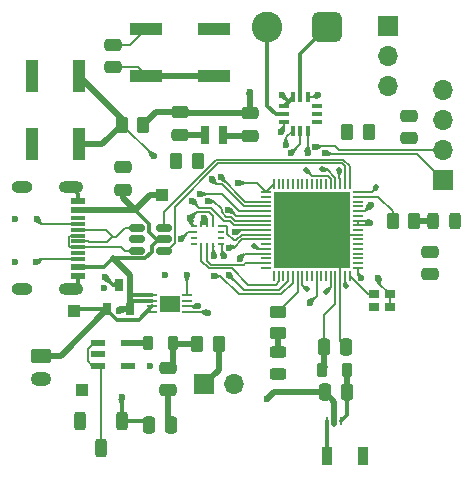
<source format=gbr>
%TF.GenerationSoftware,KiCad,Pcbnew,8.0.3*%
%TF.CreationDate,2024-12-07T22:28:51-06:00*%
%TF.ProjectId,wearable_som,77656172-6162-46c6-955f-736f6d2e6b69,rev?*%
%TF.SameCoordinates,Original*%
%TF.FileFunction,Copper,L1,Top*%
%TF.FilePolarity,Positive*%
%FSLAX46Y46*%
G04 Gerber Fmt 4.6, Leading zero omitted, Abs format (unit mm)*
G04 Created by KiCad (PCBNEW 8.0.3) date 2024-12-07 22:28:51*
%MOMM*%
%LPD*%
G01*
G04 APERTURE LIST*
G04 Aperture macros list*
%AMRoundRect*
0 Rectangle with rounded corners*
0 $1 Rounding radius*
0 $2 $3 $4 $5 $6 $7 $8 $9 X,Y pos of 4 corners*
0 Add a 4 corners polygon primitive as box body*
4,1,4,$2,$3,$4,$5,$6,$7,$8,$9,$2,$3,0*
0 Add four circle primitives for the rounded corners*
1,1,$1+$1,$2,$3*
1,1,$1+$1,$4,$5*
1,1,$1+$1,$6,$7*
1,1,$1+$1,$8,$9*
0 Add four rect primitives between the rounded corners*
20,1,$1+$1,$2,$3,$4,$5,0*
20,1,$1+$1,$4,$5,$6,$7,0*
20,1,$1+$1,$6,$7,$8,$9,0*
20,1,$1+$1,$8,$9,$2,$3,0*%
G04 Aperture macros list end*
%TA.AperFunction,SMDPad,CuDef*%
%ADD10RoundRect,0.243750X0.243750X0.456250X-0.243750X0.456250X-0.243750X-0.456250X0.243750X-0.456250X0*%
%TD*%
%TA.AperFunction,SMDPad,CuDef*%
%ADD11R,0.279400X0.711200*%
%TD*%
%TA.AperFunction,SMDPad,CuDef*%
%ADD12R,0.457200X0.254000*%
%TD*%
%TA.AperFunction,ComponentPad*%
%ADD13R,1.000000X1.000000*%
%TD*%
%TA.AperFunction,SMDPad,CuDef*%
%ADD14RoundRect,0.250000X0.475000X-0.250000X0.475000X0.250000X-0.475000X0.250000X-0.475000X-0.250000X0*%
%TD*%
%TA.AperFunction,SMDPad,CuDef*%
%ADD15RoundRect,0.250000X-0.475000X0.250000X-0.475000X-0.250000X0.475000X-0.250000X0.475000X0.250000X0*%
%TD*%
%TA.AperFunction,SMDPad,CuDef*%
%ADD16RoundRect,0.250000X-0.262500X-0.450000X0.262500X-0.450000X0.262500X0.450000X-0.262500X0.450000X0*%
%TD*%
%TA.AperFunction,SMDPad,CuDef*%
%ADD17RoundRect,0.250000X-0.250000X-0.475000X0.250000X-0.475000X0.250000X0.475000X-0.250000X0.475000X0*%
%TD*%
%TA.AperFunction,ComponentPad*%
%ADD18R,1.700000X1.700000*%
%TD*%
%TA.AperFunction,ComponentPad*%
%ADD19O,1.700000X1.700000*%
%TD*%
%TA.AperFunction,SMDPad,CuDef*%
%ADD20RoundRect,0.218750X-0.218750X-0.381250X0.218750X-0.381250X0.218750X0.381250X-0.218750X0.381250X0*%
%TD*%
%TA.AperFunction,SMDPad,CuDef*%
%ADD21R,1.150000X0.600000*%
%TD*%
%TA.AperFunction,SMDPad,CuDef*%
%ADD22R,1.150000X0.300000*%
%TD*%
%TA.AperFunction,ComponentPad*%
%ADD23O,2.100000X1.000000*%
%TD*%
%TA.AperFunction,ComponentPad*%
%ADD24O,1.800000X1.000000*%
%TD*%
%TA.AperFunction,SMDPad,CuDef*%
%ADD25RoundRect,0.062500X-0.337500X-0.062500X0.337500X-0.062500X0.337500X0.062500X-0.337500X0.062500X0*%
%TD*%
%TA.AperFunction,HeatsinkPad*%
%ADD26R,1.700000X1.400000*%
%TD*%
%TA.AperFunction,SMDPad,CuDef*%
%ADD27RoundRect,0.250000X0.250000X0.550000X-0.250000X0.550000X-0.250000X-0.550000X0.250000X-0.550000X0*%
%TD*%
%TA.AperFunction,SMDPad,CuDef*%
%ADD28R,0.475000X0.250000*%
%TD*%
%TA.AperFunction,SMDPad,CuDef*%
%ADD29R,0.250000X0.475000*%
%TD*%
%TA.AperFunction,SMDPad,CuDef*%
%ADD30RoundRect,0.150000X-0.512500X-0.150000X0.512500X-0.150000X0.512500X0.150000X-0.512500X0.150000X0*%
%TD*%
%TA.AperFunction,SMDPad,CuDef*%
%ADD31R,0.650000X1.100000*%
%TD*%
%TA.AperFunction,SMDPad,CuDef*%
%ADD32R,1.000000X2.750000*%
%TD*%
%TA.AperFunction,SMDPad,CuDef*%
%ADD33RoundRect,0.250000X0.250000X0.475000X-0.250000X0.475000X-0.250000X-0.475000X0.250000X-0.475000X0*%
%TD*%
%TA.AperFunction,ComponentPad*%
%ADD34RoundRect,0.650000X0.650000X0.650000X-0.650000X0.650000X-0.650000X-0.650000X0.650000X-0.650000X0*%
%TD*%
%TA.AperFunction,ComponentPad*%
%ADD35C,2.600000*%
%TD*%
%TA.AperFunction,SMDPad,CuDef*%
%ADD36RoundRect,0.250000X0.262500X0.450000X-0.262500X0.450000X-0.262500X-0.450000X0.262500X-0.450000X0*%
%TD*%
%TA.AperFunction,SMDPad,CuDef*%
%ADD37R,0.950000X0.350000*%
%TD*%
%TA.AperFunction,SMDPad,CuDef*%
%ADD38R,0.350000X0.950000*%
%TD*%
%TA.AperFunction,ComponentPad*%
%ADD39RoundRect,0.250000X-0.625000X0.350000X-0.625000X-0.350000X0.625000X-0.350000X0.625000X0.350000X0*%
%TD*%
%TA.AperFunction,ComponentPad*%
%ADD40O,1.750000X1.200000*%
%TD*%
%TA.AperFunction,SMDPad,CuDef*%
%ADD41R,2.750000X1.000000*%
%TD*%
%TA.AperFunction,SMDPad,CuDef*%
%ADD42RoundRect,0.243750X0.456250X-0.243750X0.456250X0.243750X-0.456250X0.243750X-0.456250X-0.243750X0*%
%TD*%
%TA.AperFunction,SMDPad,CuDef*%
%ADD43RoundRect,0.062500X-0.400000X-0.062500X0.400000X-0.062500X0.400000X0.062500X-0.400000X0.062500X0*%
%TD*%
%TA.AperFunction,SMDPad,CuDef*%
%ADD44RoundRect,0.062500X-0.062500X-0.400000X0.062500X-0.400000X0.062500X0.400000X-0.062500X0.400000X0*%
%TD*%
%TA.AperFunction,HeatsinkPad*%
%ADD45R,6.400000X6.400000*%
%TD*%
%TA.AperFunction,SMDPad,CuDef*%
%ADD46RoundRect,0.250000X-0.450000X0.262500X-0.450000X-0.262500X0.450000X-0.262500X0.450000X0.262500X0*%
%TD*%
%TA.AperFunction,SMDPad,CuDef*%
%ADD47R,0.863600X1.600200*%
%TD*%
%TA.AperFunction,SMDPad,CuDef*%
%ADD48R,1.200000X0.600000*%
%TD*%
%TA.AperFunction,SMDPad,CuDef*%
%ADD49R,0.800000X1.500000*%
%TD*%
%TA.AperFunction,SMDPad,CuDef*%
%ADD50R,0.900000X0.800000*%
%TD*%
%TA.AperFunction,ViaPad*%
%ADD51C,0.600000*%
%TD*%
%TA.AperFunction,ViaPad*%
%ADD52C,0.500000*%
%TD*%
%TA.AperFunction,Conductor*%
%ADD53C,0.150000*%
%TD*%
%TA.AperFunction,Conductor*%
%ADD54C,0.500000*%
%TD*%
%TA.AperFunction,Conductor*%
%ADD55C,0.300000*%
%TD*%
%TA.AperFunction,Conductor*%
%ADD56C,0.200000*%
%TD*%
G04 APERTURE END LIST*
D10*
%TO.P,D2,1,K*%
%TO.N,GND*%
X132312500Y-127025000D03*
%TO.P,D2,2,A*%
%TO.N,Net-(D2-A)*%
X130437500Y-127025000D03*
%TD*%
D11*
%TO.P,U4,1,IN*%
%TO.N,Net-(U4-IN)*%
X122684600Y-143975000D03*
D12*
%TO.P,U4,2,GND*%
%TO.N,GND*%
X122075000Y-144203600D03*
D11*
%TO.P,U4,3,OUT*%
%TO.N,Net-(U4-OUT)*%
X121465400Y-143975000D03*
D12*
%TO.P,U4,4,GND*%
%TO.N,GND*%
X122075000Y-143746400D03*
%TD*%
D13*
%TO.P,TP1,1,1*%
%TO.N,/VBUS*%
X107550000Y-124800000D03*
%TD*%
D14*
%TO.P,C10,1*%
%TO.N,/VBUS*%
X104175000Y-124375000D03*
%TO.P,C10,2*%
%TO.N,GND*%
X104175000Y-122475000D03*
%TD*%
D15*
%TO.P,C2,1*%
%TO.N,GND*%
X109000000Y-117850000D03*
%TO.P,C2,2*%
%TO.N,/RCC_OSC32_OUT*%
X109000000Y-119750000D03*
%TD*%
D16*
%TO.P,R4,1*%
%TO.N,/LED0*%
X127037500Y-127025000D03*
%TO.P,R4,2*%
%TO.N,Net-(D2-A)*%
X128862500Y-127025000D03*
%TD*%
D17*
%TO.P,C5,1*%
%TO.N,/RF1*%
X121200000Y-137725000D03*
%TO.P,C5,2*%
%TO.N,GND*%
X123100000Y-137725000D03*
%TD*%
D14*
%TO.P,C7,1*%
%TO.N,+3.3V*%
X128425000Y-120050000D03*
%TO.P,C7,2*%
%TO.N,GND*%
X128425000Y-118150000D03*
%TD*%
D18*
%TO.P,J1,1,Pin_1*%
%TO.N,/SWDIO*%
X131325000Y-123545000D03*
D19*
%TO.P,J1,2,Pin_2*%
%TO.N,/SWCLK*%
X131325000Y-121005000D03*
%TO.P,J1,3,Pin_3*%
%TO.N,+3.3V*%
X131325000Y-118465000D03*
%TO.P,J1,4,Pin_4*%
%TO.N,GND*%
X131325000Y-115925000D03*
%TD*%
D20*
%TO.P,FB1,1*%
%TO.N,+3.3V*%
X106312500Y-137375000D03*
%TO.P,FB1,2*%
%TO.N,+3.3VA*%
X108437500Y-137375000D03*
%TD*%
D16*
%TO.P,R5,1*%
%TO.N,Net-(U1-PH3)*%
X104112500Y-118887500D03*
%TO.P,R5,2*%
%TO.N,GND*%
X105937500Y-118887500D03*
%TD*%
D18*
%TO.P,R10,1*%
%TO.N,/ADC1_IN1*%
X111110000Y-140875000D03*
D19*
%TO.P,R10,2*%
%TO.N,GND*%
X113650000Y-140875000D03*
%TD*%
D21*
%TO.P,J2,A1_B12,GND*%
%TO.N,GND*%
X100425000Y-125315000D03*
%TO.P,J2,A4_B9,VBUS*%
%TO.N,/VBUS*%
X100425000Y-126115000D03*
D22*
%TO.P,J2,A5,CC1*%
%TO.N,/CC1*%
X100425000Y-127265000D03*
%TO.P,J2,A6,DP1*%
%TO.N,/DP*%
X100425000Y-128265000D03*
%TO.P,J2,A7,DN1*%
%TO.N,/DN*%
X100425000Y-128765000D03*
%TO.P,J2,A8,SBU1*%
%TO.N,unconnected-(J2-SBU1-PadA8)*%
X100425000Y-129765000D03*
D21*
%TO.P,J2,B1_A12,GND*%
%TO.N,GND*%
X100425000Y-131715000D03*
%TO.P,J2,B4_A9,VBUS*%
%TO.N,/VBUS*%
X100425000Y-130915000D03*
D22*
%TO.P,J2,B5,CC2*%
%TO.N,Net-(J2-CC2)*%
X100425000Y-130265000D03*
%TO.P,J2,B6,DP2*%
%TO.N,/DP*%
X100425000Y-129265000D03*
%TO.P,J2,B7,DN2*%
%TO.N,/DN*%
X100425000Y-127765000D03*
%TO.P,J2,B8,SBU2*%
%TO.N,unconnected-(J2-SBU2-PadB8)*%
X100425000Y-126765000D03*
D23*
%TO.P,J2,SH1,SHELL_GND*%
%TO.N,GND*%
X99850000Y-124195000D03*
%TO.P,J2,SH2,SHELL_GND*%
X99850000Y-132835000D03*
D24*
%TO.P,J2,SH3,SHELL_GND*%
X95670000Y-124195000D03*
%TO.P,J2,SH4,SHELL_GND*%
X95670000Y-132835000D03*
%TD*%
D25*
%TO.P,U3,1,V_{DD}*%
%TO.N,/VBUS*%
X106700000Y-133275000D03*
%TO.P,U3,2,V_{DD}*%
X106700000Y-133775000D03*
%TO.P,U3,3,V_{BAT}*%
%TO.N,/VBAT+*%
X106700000Y-134275000D03*
%TO.P,U3,4,V_{BAT}*%
X106700000Y-134775000D03*
%TO.P,U3,5,STAT*%
%TO.N,/STAT*%
X109600000Y-134775000D03*
%TO.P,U3,6,V_{SS}*%
%TO.N,GND*%
X109600000Y-134275000D03*
%TO.P,U3,7,NC*%
%TO.N,unconnected-(U3-NC-Pad7)*%
X109600000Y-133775000D03*
%TO.P,U3,8,PROG*%
%TO.N,Net-(U3-PROG)*%
X109600000Y-133275000D03*
D26*
%TO.P,U3,9*%
%TO.N,N/C*%
X108150000Y-134025000D03*
%TD*%
D27*
%TO.P,SW2,1,C*%
%TO.N,Net-(D1-K)*%
X104100000Y-143975000D03*
%TO.P,SW2,2,B*%
%TO.N,Net-(IC1-EN)*%
X102350000Y-146275000D03*
%TO.P,SW2,3,A*%
%TO.N,GND*%
X100600000Y-143975000D03*
%TD*%
D28*
%TO.P,U2,1,SDO*%
%TO.N,/SPI1_MISO*%
X112512500Y-128987500D03*
%TO.P,U2,2,ASDX*%
%TO.N,unconnected-(U2-ASDX-Pad2)*%
X112512500Y-128487500D03*
%TO.P,U2,3,ASCX*%
%TO.N,unconnected-(U2-ASCX-Pad3)*%
X112512500Y-127987500D03*
%TO.P,U2,4,INT1*%
%TO.N,/INT1*%
X112512500Y-127487500D03*
D29*
%TO.P,U2,5,VDDIO*%
%TO.N,+3.3V*%
X111850000Y-127325000D03*
%TO.P,U2,6,GNDIO*%
%TO.N,GND*%
X111350000Y-127325000D03*
%TO.P,U2,7,GND*%
X110850000Y-127325000D03*
D28*
%TO.P,U2,8,VDD*%
%TO.N,+3.3V*%
X110187500Y-127487500D03*
%TO.P,U2,9,INT2*%
%TO.N,/INT2*%
X110187500Y-127987500D03*
%TO.P,U2,10,OSCB*%
%TO.N,unconnected-(U2-OSCB-Pad10)*%
X110187500Y-128487500D03*
%TO.P,U2,11,OSDO*%
%TO.N,unconnected-(U2-OSDO-Pad11)*%
X110187500Y-128987500D03*
D29*
%TO.P,U2,12,CSB*%
%TO.N,/SPI1_NSS*%
X110850000Y-129150000D03*
%TO.P,U2,13,SCX*%
%TO.N,/SPI1_SCK*%
X111350000Y-129150000D03*
%TO.P,U2,14,SDX*%
%TO.N,/SPI1_MOSI*%
X111850000Y-129150000D03*
%TD*%
D30*
%TO.P,U6,1,I/O1*%
%TO.N,/DN*%
X105375000Y-127650000D03*
%TO.P,U6,2,GND*%
%TO.N,GND*%
X105375000Y-128600000D03*
%TO.P,U6,3,I/O2*%
%TO.N,/DP*%
X105375000Y-129550000D03*
%TO.P,U6,4,I/O2*%
%TO.N,/USB_DP*%
X107650000Y-129550000D03*
%TO.P,U6,5,VBUS*%
%TO.N,/VBUS*%
X107650000Y-128600000D03*
%TO.P,U6,6,I/O1*%
%TO.N,/USB_DN*%
X107650000Y-127650000D03*
%TD*%
D31*
%TO.P,Q1,1,D*%
%TO.N,/VBAT+*%
X102890000Y-134525000D03*
%TO.P,Q1,2,G*%
%TO.N,/VBUS*%
X104810000Y-134525000D03*
%TO.P,Q1,3,S*%
%TO.N,Net-(D1-K)*%
X103850000Y-132425000D03*
%TD*%
D32*
%TO.P,SW3,1,1*%
%TO.N,Net-(U1-PH3)*%
X100500000Y-114800000D03*
X100500000Y-120550000D03*
%TO.P,SW3,2,2*%
%TO.N,+3.3V*%
X96500000Y-114800000D03*
X96500000Y-120550000D03*
%TD*%
D15*
%TO.P,C1,1*%
%TO.N,GND*%
X114925000Y-117900000D03*
%TO.P,C1,2*%
%TO.N,/RCC_OSC32_IN*%
X114925000Y-119800000D03*
%TD*%
D17*
%TO.P,C4,1*%
%TO.N,Net-(D1-K)*%
X106400000Y-144325000D03*
%TO.P,C4,2*%
%TO.N,GND*%
X108300000Y-144325000D03*
%TD*%
D33*
%TO.P,C6,1*%
%TO.N,Net-(U4-IN)*%
X123175000Y-141525000D03*
%TO.P,C6,2*%
%TO.N,GND*%
X121275000Y-141525000D03*
%TD*%
D34*
%TO.P,M1,1,+*%
%TO.N,Net-(IC2-OUTP)*%
X121515000Y-110600000D03*
D35*
%TO.P,M1,2,-*%
%TO.N,Net-(IC2-OUTN)*%
X116435000Y-110600000D03*
%TD*%
D36*
%TO.P,R8,1*%
%TO.N,+3.3V*%
X125000000Y-119525000D03*
%TO.P,R8,2*%
%TO.N,/ICS1_SCL*%
X123175000Y-119525000D03*
%TD*%
D15*
%TO.P,C9,1*%
%TO.N,+3.3V*%
X130200000Y-129650000D03*
%TO.P,C9,2*%
%TO.N,GND*%
X130200000Y-131550000D03*
%TD*%
D37*
%TO.P,IC2,1,GPI_2*%
%TO.N,unconnected-(IC2-GPI_2-Pad1)*%
X120625000Y-118625000D03*
%TO.P,IC2,2,GPI_1*%
%TO.N,unconnected-(IC2-GPI_1-Pad2)*%
X120625000Y-117975000D03*
%TO.P,IC2,3,GPI_0/_PWM*%
%TO.N,unconnected-(IC2-GPI_0{slash}_PWM-Pad3)*%
X120625000Y-117325000D03*
D38*
%TO.P,IC2,4,VDD*%
%TO.N,+3.3V*%
X119875000Y-116575000D03*
%TO.P,IC2,5,OUTP*%
%TO.N,Net-(IC2-OUTP)*%
X119225000Y-116575000D03*
%TO.P,IC2,6,GND_1*%
%TO.N,GND*%
X118575000Y-116575000D03*
D37*
%TO.P,IC2,7,GND_2*%
X117825000Y-117325000D03*
%TO.P,IC2,8,OUTN*%
%TO.N,Net-(IC2-OUTN)*%
X117825000Y-117975000D03*
%TO.P,IC2,9,VDDIO*%
%TO.N,+3.3V*%
X117825000Y-118625000D03*
D38*
%TO.P,IC2,10,SDA*%
%TO.N,/ICS1_SDA*%
X118575000Y-119375000D03*
%TO.P,IC2,11,SCL*%
%TO.N,/ICS1_SCL*%
X119225000Y-119375000D03*
%TO.P,IC2,12,NIRQ*%
%TO.N,/NIRQ*%
X119875000Y-119375000D03*
%TD*%
D15*
%TO.P,C11,1*%
%TO.N,+3.3VA*%
X108025000Y-139475000D03*
%TO.P,C11,2*%
%TO.N,GND*%
X108025000Y-141375000D03*
%TD*%
D39*
%TO.P,BT1,1,+*%
%TO.N,/VBAT+*%
X97275000Y-138450000D03*
D40*
%TO.P,BT1,2,-*%
%TO.N,GND*%
X97275000Y-140450000D03*
%TD*%
D20*
%TO.P,L1,1,1*%
%TO.N,/RF1*%
X121062500Y-139650000D03*
%TO.P,L1,2,2*%
%TO.N,Net-(U4-IN)*%
X123187500Y-139650000D03*
%TD*%
D41*
%TO.P,SW1,1,1*%
%TO.N,/NRST*%
X111925000Y-114750000D03*
X106175000Y-114750000D03*
%TO.P,SW1,2,2*%
%TO.N,GND*%
X111925000Y-110750000D03*
X106175000Y-110750000D03*
%TD*%
D42*
%TO.P,D3,1,K*%
%TO.N,GND*%
X117350000Y-140025000D03*
%TO.P,D3,2,A*%
%TO.N,Net-(D3-A)*%
X117350000Y-138150000D03*
%TD*%
D16*
%TO.P,R7,1*%
%TO.N,+3.3VA*%
X110487500Y-137425000D03*
%TO.P,R7,2*%
%TO.N,/ADC1_IN1*%
X112312500Y-137425000D03*
%TD*%
D43*
%TO.P,U1,1,VBAT*%
%TO.N,+3.3V*%
X116312500Y-124600000D03*
%TO.P,U1,2,PC13*%
%TO.N,unconnected-(U1-PC13-Pad2)*%
X116312499Y-125000000D03*
%TO.P,U1,3,PC14*%
%TO.N,/RCC_OSC32_IN*%
X116312500Y-125400000D03*
%TO.P,U1,4,PC15*%
%TO.N,/RCC_OSC32_OUT*%
X116312500Y-125800000D03*
%TO.P,U1,5,PH3*%
%TO.N,Net-(U1-PH3)*%
X116312500Y-126200000D03*
%TO.P,U1,6,PB8*%
%TO.N,/ICS1_SCL*%
X116312500Y-126599999D03*
%TO.P,U1,7,PB9*%
%TO.N,/ICS1_SDA*%
X116312500Y-127000000D03*
%TO.P,U1,8,NRST*%
%TO.N,/NRST*%
X116312500Y-127400000D03*
%TO.P,U1,9,PC0*%
%TO.N,/ADC1_IN1*%
X116312499Y-127800000D03*
%TO.P,U1,10,PC1*%
%TO.N,/INT1*%
X116312500Y-128200000D03*
%TO.P,U1,11,PC2*%
%TO.N,/INT2*%
X116312500Y-128600000D03*
%TO.P,U1,12,PC3*%
%TO.N,unconnected-(U1-PC3-Pad12)*%
X116312500Y-129000001D03*
%TO.P,U1,13,VREF+*%
%TO.N,+3.3V*%
X116312500Y-129400000D03*
%TO.P,U1,14,VDDA*%
%TO.N,+3.3VA*%
X116312500Y-129800000D03*
%TO.P,U1,15,PA0*%
%TO.N,unconnected-(U1-PA0-Pad15)*%
X116312500Y-130200000D03*
%TO.P,U1,16,PA1*%
%TO.N,/SPI1_SCK*%
X116312499Y-130600000D03*
%TO.P,U1,17,PA2*%
%TO.N,unconnected-(U1-PA2-Pad17)*%
X116312500Y-131000000D03*
D44*
%TO.P,U1,18,PA3*%
%TO.N,unconnected-(U1-PA3-Pad18)*%
X117000000Y-131687500D03*
%TO.P,U1,19,PA4*%
%TO.N,/SPI1_NSS*%
X117400000Y-131687501D03*
%TO.P,U1,20,PA5*%
%TO.N,unconnected-(U1-PA5-Pad20)*%
X117800000Y-131687500D03*
%TO.P,U1,21,PA6*%
%TO.N,/SPI1_MISO*%
X118200000Y-131687500D03*
%TO.P,U1,22,PA7*%
%TO.N,/SPI1_MOSI*%
X118600000Y-131687500D03*
%TO.P,U1,23,PA8*%
%TO.N,/LED1*%
X118999999Y-131687500D03*
%TO.P,U1,24,PA9*%
%TO.N,/USART1_TX*%
X119400000Y-131687500D03*
%TO.P,U1,25,PC4*%
%TO.N,unconnected-(U1-PC4-Pad25)*%
X119800000Y-131687500D03*
%TO.P,U1,26,PC5*%
%TO.N,unconnected-(U1-PC5-Pad26)*%
X120200000Y-131687501D03*
%TO.P,U1,27,PB2*%
%TO.N,/NIRQ*%
X120600000Y-131687500D03*
%TO.P,U1,28,PB10*%
%TO.N,unconnected-(U1-PB10-Pad28)*%
X121000000Y-131687500D03*
%TO.P,U1,29,PB11*%
%TO.N,unconnected-(U1-PB11-Pad29)*%
X121400001Y-131687500D03*
%TO.P,U1,30,VDD*%
%TO.N,+3.3V*%
X121800000Y-131687500D03*
%TO.P,U1,31,RF1*%
%TO.N,/RF1*%
X122200000Y-131687500D03*
%TO.P,U1,32,VSSRF*%
%TO.N,GND*%
X122600000Y-131687500D03*
%TO.P,U1,33,VDDRF*%
%TO.N,+3.3V*%
X123000000Y-131687501D03*
%TO.P,U1,34,OSC_OUT*%
%TO.N,/OSC_OUT*%
X123400000Y-131687500D03*
D43*
%TO.P,U1,35,OSC_IN*%
%TO.N,/OSC_IN*%
X124087500Y-131000000D03*
%TO.P,U1,36,AT0*%
%TO.N,unconnected-(U1-AT0-Pad36)*%
X124087501Y-130600000D03*
%TO.P,U1,37,AT1*%
%TO.N,unconnected-(U1-AT1-Pad37)*%
X124087500Y-130200000D03*
%TO.P,U1,38,PB0*%
%TO.N,unconnected-(U1-PB0-Pad38)*%
X124087500Y-129800000D03*
%TO.P,U1,39,PB1*%
%TO.N,unconnected-(U1-PB1-Pad39)*%
X124087500Y-129400000D03*
%TO.P,U1,40,PE4*%
%TO.N,unconnected-(U1-PE4-Pad40)*%
X124087500Y-129000001D03*
%TO.P,U1,41,VFBSMPS*%
%TO.N,unconnected-(U1-VFBSMPS-Pad41)*%
X124087500Y-128600000D03*
%TO.P,U1,42,VSSSMPS*%
%TO.N,GND*%
X124087500Y-128200000D03*
%TO.P,U1,43,VLXSMPS*%
%TO.N,unconnected-(U1-VLXSMPS-Pad43)*%
X124087501Y-127800000D03*
%TO.P,U1,44,VDDSMPS*%
%TO.N,+3.3V*%
X124087500Y-127400000D03*
%TO.P,U1,45,VDD*%
X124087500Y-127000000D03*
%TO.P,U1,46,PB12*%
%TO.N,unconnected-(U1-PB12-Pad46)*%
X124087500Y-126599999D03*
%TO.P,U1,47,PB13*%
%TO.N,/STAT*%
X124087500Y-126200000D03*
%TO.P,U1,48,PB14*%
%TO.N,unconnected-(U1-PB14-Pad48)*%
X124087500Y-125800000D03*
%TO.P,U1,49,PB15*%
%TO.N,unconnected-(U1-PB15-Pad49)*%
X124087500Y-125400000D03*
%TO.P,U1,50,PC6*%
%TO.N,/LED0*%
X124087501Y-125000000D03*
%TO.P,U1,51,PA10*%
%TO.N,/USART1_RX*%
X124087500Y-124600000D03*
D44*
%TO.P,U1,52,PA11*%
%TO.N,/USB_DN*%
X123400000Y-123912500D03*
%TO.P,U1,53,PA12*%
%TO.N,/USB_DP*%
X123000000Y-123912499D03*
%TO.P,U1,54,PA13*%
%TO.N,/SWDIO*%
X122600000Y-123912500D03*
%TO.P,U1,55,VDDUSB*%
%TO.N,+3.3V*%
X122200000Y-123912500D03*
%TO.P,U1,56,PA14*%
%TO.N,/SWCLK*%
X121800000Y-123912500D03*
%TO.P,U1,57,PA15*%
%TO.N,unconnected-(U1-PA15-Pad57)*%
X121400001Y-123912500D03*
%TO.P,U1,58,PC10*%
%TO.N,unconnected-(U1-PC10-Pad58)*%
X121000000Y-123912500D03*
%TO.P,U1,59,PC11*%
%TO.N,unconnected-(U1-PC11-Pad59)*%
X120600000Y-123912500D03*
%TO.P,U1,60,PC12*%
%TO.N,unconnected-(U1-PC12-Pad60)*%
X120200000Y-123912499D03*
%TO.P,U1,61,PD0*%
%TO.N,unconnected-(U1-PD0-Pad61)*%
X119800000Y-123912500D03*
%TO.P,U1,62,PD1*%
%TO.N,unconnected-(U1-PD1-Pad62)*%
X119400000Y-123912500D03*
%TO.P,U1,63,PB3*%
%TO.N,unconnected-(U1-PB3-Pad63)*%
X118999999Y-123912500D03*
%TO.P,U1,64,PB4*%
%TO.N,unconnected-(U1-PB4-Pad64)*%
X118600000Y-123912500D03*
%TO.P,U1,65,PB5*%
%TO.N,unconnected-(U1-PB5-Pad65)*%
X118200000Y-123912500D03*
%TO.P,U1,66,PB6*%
%TO.N,unconnected-(U1-PB6-Pad66)*%
X117800000Y-123912500D03*
%TO.P,U1,67,PB7*%
%TO.N,unconnected-(U1-PB7-Pad67)*%
X117400000Y-123912499D03*
%TO.P,U1,68,VDD*%
%TO.N,+3.3V*%
X117000000Y-123912500D03*
D45*
%TO.P,U1,69,VSS*%
%TO.N,GND*%
X120200000Y-127800000D03*
%TD*%
D46*
%TO.P,R6,1*%
%TO.N,/LED1*%
X117350000Y-134725000D03*
%TO.P,R6,2*%
%TO.N,Net-(D3-A)*%
X117350000Y-136550000D03*
%TD*%
D47*
%TO.P,U5,1,1*%
%TO.N,Net-(U4-OUT)*%
X121526199Y-146950000D03*
%TO.P,U5,2,2*%
%TO.N,unconnected-(U5-Pad2)*%
X124573801Y-146950000D03*
%TD*%
D48*
%TO.P,IC1,1,IN*%
%TO.N,Net-(IC1-EN)*%
X102125000Y-137375000D03*
%TO.P,IC1,2,GND*%
%TO.N,GND*%
X102125000Y-138325000D03*
%TO.P,IC1,3,EN*%
%TO.N,Net-(IC1-EN)*%
X102125000Y-139275000D03*
%TO.P,IC1,4,NC*%
%TO.N,unconnected-(IC1-NC-Pad4)*%
X104625000Y-139275000D03*
%TO.P,IC1,5,OUT*%
%TO.N,+3.3V*%
X104625000Y-137375000D03*
%TD*%
D14*
%TO.P,C3,1*%
%TO.N,/NRST*%
X103375000Y-114025000D03*
%TO.P,C3,2*%
%TO.N,GND*%
X103375000Y-112125000D03*
%TD*%
D16*
%TO.P,R9,1*%
%TO.N,+3.3V*%
X108712500Y-121975000D03*
%TO.P,R9,2*%
%TO.N,/ICS1_SDA*%
X110537500Y-121975000D03*
%TD*%
D49*
%TO.P,Y2,1,1*%
%TO.N,/RCC_OSC32_IN*%
X112675000Y-119775000D03*
%TO.P,Y2,2,2*%
%TO.N,/RCC_OSC32_OUT*%
X111175000Y-119775000D03*
%TD*%
D13*
%TO.P,TP2,1,1*%
%TO.N,/VBAT+*%
X100100000Y-134675000D03*
%TD*%
%TO.P,TP3,1,1*%
%TO.N,Net-(D1-K)*%
X100775000Y-141350000D03*
%TD*%
D18*
%TO.P,J3,1,Pin_1*%
%TO.N,/USART1_TX*%
X126675000Y-110495000D03*
D19*
%TO.P,J3,2,Pin_2*%
%TO.N,/USART1_RX*%
X126675000Y-113035000D03*
%TO.P,J3,3,Pin_3*%
%TO.N,GND*%
X126675000Y-115575000D03*
%TD*%
D50*
%TO.P,Y1,1,1*%
%TO.N,/OSC_IN*%
X125425000Y-134350000D03*
%TO.P,Y1,2,2*%
%TO.N,GND*%
X126825000Y-134350000D03*
%TO.P,Y1,3,3*%
X126825000Y-133250000D03*
%TO.P,Y1,4,4*%
%TO.N,/OSC_OUT*%
X125425000Y-133250000D03*
%TD*%
D51*
%TO.N,/OSC_IN*%
X125425000Y-134350000D03*
X124375000Y-131875000D03*
%TO.N,GND*%
X105925000Y-118900000D03*
X107800000Y-131575000D03*
X108300000Y-144350000D03*
D52*
X122675000Y-128375000D03*
D51*
X117675000Y-116375000D03*
X117325000Y-140075000D03*
X111075000Y-126775000D03*
D52*
X118100000Y-127725000D03*
D51*
X114925000Y-116075000D03*
X103375000Y-112125000D03*
X100600000Y-143975000D03*
X105375000Y-128600000D03*
D52*
X121800000Y-127250000D03*
D51*
X132312500Y-127025000D03*
X95050000Y-130550000D03*
X110528133Y-134250000D03*
D52*
X122200000Y-125950000D03*
X120200000Y-127775000D03*
D51*
X95075000Y-126900000D03*
X111975000Y-110750000D03*
D52*
X120175000Y-129425000D03*
X118100000Y-125850000D03*
D51*
X116400000Y-142100000D03*
D52*
X122300000Y-129575000D03*
X118025000Y-129600000D03*
D51*
X101950000Y-138325000D03*
X130225000Y-131600000D03*
X104175000Y-122500000D03*
X106175000Y-110750000D03*
X106475000Y-139300000D03*
D52*
X128425000Y-118175000D03*
D51*
X108025000Y-141375000D03*
D52*
X122575000Y-130350000D03*
X117850000Y-130400000D03*
D51*
X125825000Y-131875000D03*
D52*
X120150000Y-125900000D03*
D51*
%TO.N,/NRST*%
X106175000Y-114750000D03*
X110088679Y-125325000D03*
%TO.N,Net-(D1-K)*%
X102650000Y-131750000D03*
X102575000Y-132700000D03*
X103875000Y-132425000D03*
X104100000Y-141975000D03*
%TO.N,+3.3V*%
X125150000Y-127175000D03*
D52*
X115300000Y-129175000D03*
D51*
X109925000Y-126800000D03*
D52*
X96500000Y-114800000D03*
D51*
X113975000Y-123825000D03*
D52*
X121400000Y-133050000D03*
D51*
X120725000Y-116400000D03*
D52*
X121100000Y-122675000D03*
X128425000Y-120075000D03*
D51*
X125000000Y-119600000D03*
X106275000Y-137375000D03*
D52*
X108725000Y-121975000D03*
D51*
X117625000Y-119475000D03*
D52*
X96500000Y-120525000D03*
X123075000Y-132575000D03*
D51*
X130200000Y-129650000D03*
%TO.N,/VBUS*%
X103850000Y-134637000D03*
D52*
%TO.N,/ICS1_SCL*%
X123175000Y-119525000D03*
D51*
X118433378Y-121275000D03*
X113131216Y-126070131D03*
%TO.N,/NIRQ*%
X119850000Y-121275000D03*
X120025000Y-133950000D03*
%TO.N,/ICS1_SDA*%
X117997755Y-120604004D03*
X110525000Y-122000000D03*
X111425000Y-125325000D03*
D52*
%TO.N,/SWCLK*%
X119725000Y-122700000D03*
D51*
X120500000Y-120750000D03*
D52*
%TO.N,/SWDIO*%
X122525000Y-122741315D03*
D51*
X121325000Y-121275000D03*
%TO.N,Net-(U3-PROG)*%
X109637500Y-131575000D03*
%TO.N,Net-(U1-PH3)*%
X110725000Y-124750000D03*
X106800000Y-121525000D03*
%TO.N,/ADC1_IN1*%
X112312500Y-137425000D03*
X113694087Y-127980913D03*
%TO.N,/STAT*%
X111400000Y-134800000D03*
X125175000Y-125700000D03*
%TO.N,/SPI1_MOSI*%
X111925000Y-131675000D03*
X111925000Y-130025000D03*
D52*
%TO.N,/USART1_RX*%
X125675000Y-124200000D03*
%TO.N,/USART1_TX*%
X119775000Y-132825000D03*
D51*
%TO.N,/INT2*%
X113163275Y-129290560D03*
X109125000Y-128575000D03*
%TO.N,+3.3VA*%
X114087116Y-130225000D03*
X110487500Y-137425000D03*
%TO.N,/SPI1_MISO*%
X113175000Y-131625000D03*
X112725003Y-130025000D03*
%TO.N,/CC1*%
X96900000Y-126875000D03*
%TO.N,Net-(J2-CC2)*%
X96875000Y-130550000D03*
%TO.N,/RCC_OSC32_IN*%
X112500000Y-123325000D03*
X112675000Y-119775000D03*
%TO.N,/RCC_OSC32_OUT*%
X111175000Y-119775000D03*
X111721966Y-123511182D03*
%TD*%
D53*
%TO.N,/OSC_IN*%
X124087500Y-131000000D02*
X124087500Y-131587500D01*
X124087500Y-131587500D02*
X124375000Y-131875000D01*
%TO.N,GND*%
X126825000Y-134350000D02*
X126825000Y-133250000D01*
D54*
X109050000Y-117900000D02*
X109000000Y-117850000D01*
X109000000Y-117850000D02*
X106975000Y-117850000D01*
X108300000Y-144350000D02*
X108325000Y-144350000D01*
D53*
X126825000Y-133250000D02*
X125825000Y-132250000D01*
X124087500Y-128200000D02*
X122850000Y-128200000D01*
X111350000Y-127325000D02*
X110850000Y-127325000D01*
X122600000Y-130375000D02*
X122575000Y-130350000D01*
X111075000Y-126775000D02*
X111075000Y-127100000D01*
D54*
X121275000Y-141525000D02*
X122075000Y-142325000D01*
D53*
X110503133Y-134275000D02*
X110528133Y-134250000D01*
D54*
X122075000Y-142325000D02*
X122075000Y-143746400D01*
D53*
X123100000Y-137725000D02*
X122600000Y-137225000D01*
D54*
X121275000Y-141525000D02*
X116975000Y-141525000D01*
D53*
X122850000Y-128200000D02*
X122675000Y-128375000D01*
X120600000Y-128200000D02*
X120200000Y-127800000D01*
X109600000Y-134275000D02*
X110503133Y-134275000D01*
X122600000Y-131687500D02*
X122600000Y-130375000D01*
X120200000Y-127775000D02*
X120175000Y-127775000D01*
X122600000Y-137225000D02*
X122600000Y-131687500D01*
X122675000Y-128375000D02*
X122500000Y-128200000D01*
D55*
X100425000Y-124770000D02*
X99850000Y-124195000D01*
X100425000Y-131715000D02*
X100425000Y-132260000D01*
D53*
X122500000Y-128200000D02*
X120600000Y-128200000D01*
D54*
X108025000Y-144050000D02*
X108300000Y-144325000D01*
X114925000Y-117900000D02*
X114925000Y-116075000D01*
D55*
X117825000Y-117325000D02*
X118225000Y-116925000D01*
D54*
X108025000Y-141375000D02*
X108025000Y-144050000D01*
X122075000Y-144203600D02*
X122075000Y-143746400D01*
X108300000Y-144325000D02*
X108300000Y-144350000D01*
D53*
X125825000Y-132250000D02*
X125825000Y-131875000D01*
D55*
X100425000Y-132260000D02*
X99850000Y-132835000D01*
D53*
X120200000Y-127800000D02*
X120200000Y-127775000D01*
D55*
X118225000Y-116925000D02*
X117675000Y-116375000D01*
D53*
X111350000Y-127050000D02*
X111075000Y-126775000D01*
D54*
X114925000Y-117900000D02*
X109050000Y-117900000D01*
D53*
X111075000Y-127100000D02*
X110850000Y-127325000D01*
D54*
X106975000Y-117850000D02*
X105925000Y-118900000D01*
D53*
X121475000Y-130200000D02*
X121600000Y-130075000D01*
D55*
X100425000Y-125315000D02*
X100425000Y-124770000D01*
D54*
X105925000Y-118900000D02*
X105937500Y-118887500D01*
D53*
X103375000Y-112125000D02*
X104800000Y-112125000D01*
X120175000Y-127775000D02*
X120200000Y-127800000D01*
X131125000Y-116125000D02*
X131325000Y-115925000D01*
X104800000Y-112125000D02*
X106175000Y-110750000D01*
X111350000Y-127325000D02*
X111350000Y-127050000D01*
D54*
X108325000Y-144350000D02*
X108300000Y-144325000D01*
X116975000Y-141525000D02*
X116400000Y-142100000D01*
D55*
X118225000Y-116925000D02*
X118575000Y-116575000D01*
D53*
%TO.N,/OSC_OUT*%
X123400000Y-131687500D02*
X124962500Y-133250000D01*
X124962500Y-133250000D02*
X125425000Y-133250000D01*
%TO.N,/NRST*%
X113230026Y-127013173D02*
X113616853Y-127400000D01*
D54*
X111925000Y-114750000D02*
X106175000Y-114750000D01*
D53*
X110663679Y-125900000D02*
X111652937Y-125900000D01*
X103375000Y-114025000D02*
X105450000Y-114025000D01*
X110088679Y-125325000D02*
X110663679Y-125900000D01*
X112766110Y-127013173D02*
X113230026Y-127013173D01*
X111652937Y-125900000D02*
X112766110Y-127013173D01*
X105450000Y-114025000D02*
X106175000Y-114750000D01*
X113616853Y-127400000D02*
X116312500Y-127400000D01*
D55*
%TO.N,Net-(D1-K)*%
X103850000Y-132425000D02*
X103325000Y-132425000D01*
X103325000Y-132425000D02*
X102650000Y-131750000D01*
X106050000Y-143975000D02*
X106400000Y-144325000D01*
X104100000Y-143975000D02*
X104100000Y-141975000D01*
X104100000Y-143975000D02*
X106050000Y-143975000D01*
X104150000Y-141925000D02*
X104100000Y-141975000D01*
D54*
%TO.N,/RF1*%
X121200000Y-137725000D02*
X121200000Y-139512500D01*
X121350000Y-139362500D02*
X121062500Y-139650000D01*
D53*
X121200000Y-135025000D02*
X121200000Y-137725000D01*
X122200000Y-134025000D02*
X121200000Y-135025000D01*
X122200000Y-131687500D02*
X122200000Y-134025000D01*
D54*
X121200000Y-139512500D02*
X121062500Y-139650000D01*
D55*
%TO.N,Net-(U4-IN)*%
X123175000Y-143484600D02*
X122684600Y-143975000D01*
X123175000Y-141525000D02*
X123175000Y-143484600D01*
D54*
X123187500Y-141512500D02*
X123175000Y-141525000D01*
X123187500Y-139650000D02*
X123187500Y-141512500D01*
D53*
%TO.N,+3.3V*%
X124087500Y-127000000D02*
X124087500Y-127400000D01*
X117825000Y-119275000D02*
X117625000Y-119475000D01*
D54*
X106312500Y-137375000D02*
X106275000Y-137375000D01*
D53*
X109925000Y-126800000D02*
X109925000Y-126775000D01*
X116312500Y-124600000D02*
X115537500Y-123825000D01*
X109925000Y-126800000D02*
X109925000Y-127225000D01*
X115300000Y-129175000D02*
X115525000Y-129400000D01*
X121457585Y-122675000D02*
X121100000Y-122675000D01*
X110450000Y-126250000D02*
X111507963Y-126250000D01*
X124925000Y-127400000D02*
X124087500Y-127400000D01*
X111507963Y-126250000D02*
X111850000Y-126592037D01*
X117825000Y-118625000D02*
X117825000Y-119275000D01*
X122200000Y-123912500D02*
X122200000Y-123417415D01*
X119875000Y-116575000D02*
X120550000Y-116575000D01*
X125150000Y-127175000D02*
X124925000Y-127400000D01*
X130885000Y-118025000D02*
X131325000Y-118465000D01*
X125150000Y-127175000D02*
X124975000Y-127000000D01*
X116312500Y-124600000D02*
X117000000Y-123912500D01*
X121800000Y-132650000D02*
X121400000Y-133050000D01*
X115525000Y-129400000D02*
X116312500Y-129400000D01*
X109925000Y-126775000D02*
X110450000Y-126250000D01*
X109925000Y-127225000D02*
X110187500Y-127487500D01*
X123000000Y-131687501D02*
X123000000Y-132500000D01*
X124975000Y-127000000D02*
X124087500Y-127000000D01*
D54*
X106275000Y-137375000D02*
X104625000Y-137375000D01*
D53*
X123000000Y-132500000D02*
X123075000Y-132575000D01*
X115537500Y-123825000D02*
X113975000Y-123825000D01*
X111850000Y-126592037D02*
X111850000Y-127325000D01*
X122200000Y-123417415D02*
X121457585Y-122675000D01*
X120550000Y-116575000D02*
X120725000Y-116400000D01*
X121800000Y-131687500D02*
X121800000Y-132650000D01*
D55*
%TO.N,/VBUS*%
X104835000Y-133775000D02*
X104810000Y-133750000D01*
D54*
X104810000Y-134525000D02*
X103962000Y-134525000D01*
X104810000Y-133300000D02*
X104810000Y-131610000D01*
D55*
X106637500Y-129661262D02*
X106637500Y-129188738D01*
D54*
X100425000Y-126115000D02*
X105213762Y-126115000D01*
D55*
X100425000Y-130915000D02*
X102635000Y-130915000D01*
X106387500Y-127999999D02*
X106987501Y-128600000D01*
X104835000Y-133275000D02*
X104810000Y-133300000D01*
D54*
X104810000Y-134525000D02*
X104810000Y-133750000D01*
D55*
X106637500Y-129188738D02*
X107226238Y-128600000D01*
X103350000Y-130200000D02*
X106098762Y-130200000D01*
X106700000Y-133275000D02*
X104835000Y-133275000D01*
D54*
X104175000Y-125076238D02*
X105213762Y-126115000D01*
D55*
X102635000Y-130915000D02*
X103350000Y-130200000D01*
D54*
X107550000Y-124800000D02*
X106528762Y-124800000D01*
D55*
X107226238Y-128600000D02*
X107650000Y-128600000D01*
X106098762Y-130200000D02*
X106637500Y-129661262D01*
D54*
X104810000Y-133750000D02*
X104810000Y-133300000D01*
D55*
X105213762Y-126115000D02*
X106387500Y-127288738D01*
D54*
X104175000Y-124375000D02*
X104175000Y-125076238D01*
X104810000Y-131610000D02*
X103400000Y-130200000D01*
X103962000Y-134525000D02*
X103850000Y-134637000D01*
D55*
X106700000Y-133775000D02*
X104835000Y-133775000D01*
X106387500Y-127288738D02*
X106387500Y-127999999D01*
D54*
X103400000Y-130200000D02*
X103350000Y-130200000D01*
D55*
X106987501Y-128600000D02*
X107650000Y-128600000D01*
D54*
X106528762Y-124800000D02*
X105213762Y-126115000D01*
%TO.N,Net-(D2-A)*%
X128862500Y-127025000D02*
X130437500Y-127025000D01*
D56*
%TO.N,Net-(IC1-EN)*%
X101750000Y-137375000D02*
X102125000Y-137375000D01*
X102350000Y-139500000D02*
X102125000Y-139275000D01*
X102125000Y-139275000D02*
X101575000Y-139275000D01*
X101225000Y-137900000D02*
X101750000Y-137375000D01*
X102350000Y-146275000D02*
X102350000Y-139500000D01*
X101225000Y-138925000D02*
X101225000Y-137900000D01*
X101575000Y-139275000D02*
X101225000Y-138925000D01*
D53*
%TO.N,/ICS1_SCL*%
X119225000Y-120450000D02*
X119225000Y-119375000D01*
X113806800Y-126599999D02*
X116312500Y-126599999D01*
X113276932Y-126070131D02*
X113806800Y-126599999D01*
X113131216Y-126070131D02*
X113276932Y-126070131D01*
X119200000Y-120475000D02*
X119225000Y-120450000D01*
X119200000Y-120550000D02*
X119200000Y-120475000D01*
X118475000Y-121275000D02*
X119200000Y-120550000D01*
X118433378Y-121275000D02*
X118475000Y-121275000D01*
%TO.N,/NIRQ*%
X119850000Y-121275000D02*
X119875000Y-121250000D01*
X120025000Y-133950000D02*
X120600000Y-133375000D01*
X120600000Y-133375000D02*
X120600000Y-131687500D01*
X119875000Y-121250000D02*
X119875000Y-119375000D01*
D55*
%TO.N,Net-(IC2-OUTP)*%
X121515000Y-110600000D02*
X119225000Y-112890000D01*
X119225000Y-112890000D02*
X119225000Y-116575000D01*
D53*
%TO.N,/ICS1_SDA*%
X113711827Y-127000000D02*
X116312500Y-127000000D01*
X117997755Y-119952245D02*
X118575000Y-119375000D01*
X111425000Y-125325000D02*
X111825000Y-125325000D01*
X112556216Y-126308304D02*
X112911085Y-126663173D01*
X112556216Y-126056216D02*
X112556216Y-126308304D01*
X112911085Y-126663173D02*
X113375000Y-126663173D01*
X113375000Y-126663173D02*
X113711827Y-127000000D01*
X117997755Y-120604004D02*
X117997755Y-119952245D01*
X111825000Y-125325000D02*
X112556216Y-126056216D01*
D55*
%TO.N,Net-(IC2-OUTN)*%
X117825000Y-117975000D02*
X117125000Y-117975000D01*
X117125000Y-117975000D02*
X116435000Y-117285000D01*
X116435000Y-117285000D02*
X116435000Y-110600000D01*
D53*
%TO.N,/SWCLK*%
X122505000Y-121005000D02*
X131325000Y-121005000D01*
X121800000Y-123441679D02*
X121800000Y-123912500D01*
X122200000Y-120700000D02*
X122505000Y-121005000D01*
X119725000Y-122700000D02*
X120249999Y-123224999D01*
X120249999Y-123224999D02*
X121583320Y-123224999D01*
X120500000Y-120750000D02*
X120550000Y-120700000D01*
X121583320Y-123224999D02*
X121800000Y-123441679D01*
X120550000Y-120700000D02*
X122200000Y-120700000D01*
%TO.N,/SWDIO*%
X129135000Y-121355000D02*
X121405000Y-121355000D01*
X122600000Y-123441680D02*
X122600000Y-123912500D01*
X121405000Y-121355000D02*
X121325000Y-121275000D01*
X122525000Y-123366680D02*
X122600000Y-123441680D01*
X131325000Y-123545000D02*
X129135000Y-121355000D01*
X122525000Y-122741315D02*
X122525000Y-123366680D01*
D55*
%TO.N,/VBAT+*%
X105550000Y-135425000D02*
X103718761Y-135425000D01*
X103718761Y-135425000D02*
X102890000Y-134596239D01*
X106700000Y-134275000D02*
X105550000Y-135425000D01*
X102890000Y-134596239D02*
X102890000Y-134525000D01*
X102890000Y-134525000D02*
X100250000Y-134525000D01*
D54*
X98965000Y-138450000D02*
X102890000Y-134525000D01*
X97275000Y-138450000D02*
X98965000Y-138450000D01*
D55*
X100250000Y-134525000D02*
X100100000Y-134675000D01*
D53*
%TO.N,Net-(U3-PROG)*%
X109600000Y-131612500D02*
X109637500Y-131575000D01*
X109600000Y-133275000D02*
X109600000Y-131612500D01*
%TO.N,/LED0*%
X127037500Y-127025000D02*
X127037500Y-126212500D01*
X125825000Y-125000000D02*
X124087501Y-125000000D01*
X127037500Y-126212500D02*
X125825000Y-125000000D01*
D54*
%TO.N,Net-(U1-PH3)*%
X102450000Y-120550000D02*
X104112500Y-118887500D01*
X100500000Y-114800000D02*
X104112500Y-118412500D01*
X100500000Y-120550000D02*
X102450000Y-120550000D01*
D53*
X104162500Y-118887500D02*
X104112500Y-118887500D01*
D54*
X104112500Y-118412500D02*
X104112500Y-118887500D01*
D53*
X106800000Y-121525000D02*
X104162500Y-118887500D01*
X112624258Y-124750000D02*
X114074258Y-126200000D01*
X114074258Y-126200000D02*
X116312500Y-126200000D01*
X110725000Y-124750000D02*
X112624258Y-124750000D01*
%TO.N,/ADC1_IN1*%
X113875000Y-127800000D02*
X113694087Y-127980913D01*
X116312499Y-127800000D02*
X113875000Y-127800000D01*
D54*
X112312500Y-139672500D02*
X111110000Y-140875000D01*
X112312500Y-137425000D02*
X112312500Y-139672500D01*
D53*
%TO.N,/STAT*%
X109600000Y-134775000D02*
X111375000Y-134775000D01*
X125175000Y-125700000D02*
X124675000Y-126200000D01*
X124675000Y-126200000D02*
X124087500Y-126200000D01*
X111375000Y-134775000D02*
X111400000Y-134800000D01*
%TO.N,/SPI1_MOSI*%
X111925000Y-131675000D02*
X112450000Y-131675000D01*
X114025000Y-133250000D02*
X117608319Y-133250000D01*
X118600000Y-132258319D02*
X118600000Y-131687500D01*
X111850000Y-129150000D02*
X111850000Y-129950000D01*
X117608319Y-133250000D02*
X118600000Y-132258319D01*
X112450000Y-131675000D02*
X114025000Y-133250000D01*
X111850000Y-129150000D02*
X111900000Y-129200000D01*
X111850000Y-129950000D02*
X111925000Y-130025000D01*
%TO.N,/USART1_RX*%
X125275000Y-124600000D02*
X124087500Y-124600000D01*
X125675000Y-124200000D02*
X125275000Y-124600000D01*
%TO.N,/USART1_TX*%
X119400000Y-132450000D02*
X119775000Y-132825000D01*
X119400000Y-131687500D02*
X119400000Y-132450000D01*
%TO.N,/INT2*%
X113621877Y-129290560D02*
X114312437Y-128600000D01*
X114312437Y-128600000D02*
X116312500Y-128600000D01*
X113163275Y-129290560D02*
X113621877Y-129290560D01*
X109712500Y-127987500D02*
X110187500Y-127987500D01*
X109125000Y-128575000D02*
X109712500Y-127987500D01*
D54*
%TO.N,+3.3VA*%
X110487500Y-137425000D02*
X108487500Y-137425000D01*
X108487500Y-137425000D02*
X108437500Y-137375000D01*
D53*
X114512116Y-129800000D02*
X116312500Y-129800000D01*
X114087116Y-130225000D02*
X114512116Y-129800000D01*
D54*
X108437500Y-137375000D02*
X108437500Y-139062500D01*
X108437500Y-139062500D02*
X108025000Y-139475000D01*
D53*
%TO.N,/INT1*%
X113813173Y-128675000D02*
X113575000Y-128675000D01*
X113025000Y-128125000D02*
X113025000Y-127587500D01*
X112925000Y-127487500D02*
X112512500Y-127487500D01*
X116312500Y-128200000D02*
X114288173Y-128200000D01*
X114288173Y-128200000D02*
X113813173Y-128675000D01*
X113025000Y-127587500D02*
X112925000Y-127487500D01*
X113575000Y-128675000D02*
X113025000Y-128125000D01*
%TO.N,/SPI1_SCK*%
X111350000Y-130400000D02*
X111700000Y-130750000D01*
X114570234Y-130600000D02*
X116312499Y-130600000D01*
X114420234Y-130750000D02*
X114570234Y-130600000D01*
X111350000Y-129150000D02*
X111350000Y-130400000D01*
X111700000Y-130750000D02*
X114420234Y-130750000D01*
%TO.N,/SPI1_NSS*%
X117400000Y-132158320D02*
X117133320Y-132425000D01*
X110850000Y-129150000D02*
X110850000Y-130394975D01*
X113400000Y-131050000D02*
X111505025Y-131050000D01*
X117133320Y-132425000D02*
X114775000Y-132425000D01*
X117400000Y-131687501D02*
X117400000Y-132158320D01*
X114775000Y-132425000D02*
X113400000Y-131050000D01*
X111505025Y-131050000D02*
X110850000Y-130394975D01*
%TO.N,/SPI1_MISO*%
X114450000Y-132900000D02*
X117458320Y-132900000D01*
X117458320Y-132900000D02*
X118200000Y-132158320D01*
X112575000Y-129874997D02*
X112575000Y-129050000D01*
X118200000Y-132158320D02*
X118200000Y-131687500D01*
X112575000Y-129050000D02*
X112512500Y-128987500D01*
X112725003Y-130025000D02*
X112575000Y-129874997D01*
X113175000Y-131625000D02*
X114450000Y-132900000D01*
D54*
%TO.N,Net-(D3-A)*%
X117350000Y-136550000D02*
X117350000Y-138150000D01*
D55*
%TO.N,Net-(U4-OUT)*%
X121465400Y-143975000D02*
X121465400Y-146889201D01*
X121465400Y-146889201D02*
X121526199Y-146950000D01*
D53*
%TO.N,/CC1*%
X97290000Y-127265000D02*
X96900000Y-126875000D01*
X100425000Y-127265000D02*
X97290000Y-127265000D01*
D56*
%TO.N,/DN*%
X104381249Y-127650000D02*
X105375000Y-127650000D01*
X103400000Y-128375000D02*
X103656249Y-128375000D01*
X100425000Y-128765000D02*
X101287501Y-128765000D01*
X103306800Y-128375000D02*
X103400000Y-128375000D01*
X101287501Y-128765000D02*
X101312501Y-128790000D01*
X103656249Y-128375000D02*
X104381249Y-127650000D01*
X101312501Y-128790000D02*
X102891800Y-128790000D01*
X100425000Y-127765000D02*
X102790000Y-127765000D01*
X102891800Y-128790000D02*
X103306800Y-128375000D01*
X102790000Y-127765000D02*
X103400000Y-128375000D01*
D53*
%TO.N,Net-(J2-CC2)*%
X97160000Y-130265000D02*
X96875000Y-130550000D01*
X100425000Y-130265000D02*
X97160000Y-130265000D01*
D56*
%TO.N,/DP*%
X100425000Y-129265000D02*
X101287501Y-129265000D01*
X99700000Y-128265000D02*
X99600000Y-128365000D01*
X99600000Y-128365000D02*
X99600000Y-129165000D01*
X104071249Y-129240000D02*
X104381249Y-129550000D01*
X104381249Y-129550000D02*
X105375000Y-129550000D01*
X101287501Y-129265000D02*
X101312501Y-129240000D01*
X99600000Y-129165000D02*
X99700000Y-129265000D01*
X101312501Y-129240000D02*
X104071249Y-129240000D01*
X100425000Y-128265000D02*
X99700000Y-128265000D01*
X99700000Y-129265000D02*
X100425000Y-129265000D01*
D53*
%TO.N,/LED1*%
X118999999Y-133075001D02*
X118999999Y-131687500D01*
X117350000Y-134725000D02*
X118999999Y-133075001D01*
%TO.N,/RCC_OSC32_IN*%
X112500000Y-123325000D02*
X114575000Y-125400000D01*
X114575000Y-125400000D02*
X116312500Y-125400000D01*
D54*
X112700000Y-119800000D02*
X112675000Y-119775000D01*
X114925000Y-119800000D02*
X112700000Y-119800000D01*
D53*
%TO.N,/RCC_OSC32_OUT*%
X114480026Y-125800000D02*
X116312500Y-125800000D01*
X111721966Y-123511182D02*
X112110784Y-123900000D01*
D54*
X111150000Y-119750000D02*
X111175000Y-119775000D01*
D53*
X112110784Y-123900000D02*
X112580026Y-123900000D01*
D54*
X109000000Y-119750000D02*
X111150000Y-119750000D01*
D53*
X112580026Y-123900000D02*
X114480026Y-125800000D01*
%TO.N,/USB_DN*%
X107650000Y-127650000D02*
X107650000Y-126275000D01*
X107650000Y-126275000D02*
X112075000Y-121850000D01*
X112075000Y-121850000D02*
X122875000Y-121850000D01*
X122875000Y-121850000D02*
X123400000Y-122375000D01*
X123400000Y-122375000D02*
X123400000Y-123912500D01*
%TO.N,/USB_DP*%
X123000000Y-122399264D02*
X123000000Y-123912499D01*
X107967696Y-129550000D02*
X108587500Y-128930196D01*
X112269974Y-122150000D02*
X122750736Y-122150000D01*
X122750736Y-122150000D02*
X123000000Y-122399264D01*
X108587500Y-125832474D02*
X112269974Y-122150000D01*
X108587500Y-128930196D02*
X108587500Y-125832474D01*
X107650000Y-129550000D02*
X107967696Y-129550000D01*
%TD*%
%TA.AperFunction,Conductor*%
%TO.N,/OSC_IN*%
G36*
X124165338Y-131395852D02*
G01*
X124371419Y-131524139D01*
X124481392Y-131592599D01*
X124486605Y-131599881D01*
X124486024Y-131606996D01*
X124377997Y-131868737D01*
X124371673Y-131875077D01*
X124367143Y-131875973D01*
X124085242Y-131875034D01*
X124076980Y-131871580D01*
X124073680Y-131864844D01*
X124014217Y-131407294D01*
X124016549Y-131398648D01*
X124024311Y-131394184D01*
X124025819Y-131394086D01*
X124159156Y-131394086D01*
X124165338Y-131395852D01*
G37*
%TD.AperFunction*%
%TD*%
%TA.AperFunction,Conductor*%
%TO.N,GND*%
G36*
X123099537Y-128128427D02*
G01*
X123102964Y-128136700D01*
X123102964Y-128270482D01*
X123099928Y-128278345D01*
X122860006Y-128542708D01*
X122851908Y-128546531D01*
X122843479Y-128543509D01*
X122843092Y-128543141D01*
X122842657Y-128542708D01*
X122677468Y-128378449D01*
X122674019Y-128370187D01*
X122674953Y-128136652D01*
X122678413Y-128128394D01*
X122686653Y-128125000D01*
X123091264Y-128125000D01*
X123099537Y-128128427D01*
G37*
%TD.AperFunction*%
%TD*%
%TA.AperFunction,Conductor*%
%TO.N,GND*%
G36*
X111079102Y-126777711D02*
G01*
X111079149Y-126777758D01*
X111278991Y-126978937D01*
X111282390Y-126987222D01*
X111279042Y-126995377D01*
X110941851Y-127339055D01*
X110933610Y-127342560D01*
X110925305Y-127339213D01*
X110830408Y-127244316D01*
X110827055Y-127237354D01*
X110776461Y-126787977D01*
X110778941Y-126779373D01*
X110786779Y-126775042D01*
X110788054Y-126774969D01*
X111070821Y-126774304D01*
X111079102Y-126777711D01*
G37*
%TD.AperFunction*%
%TD*%
%TA.AperFunction,Conductor*%
%TO.N,GND*%
G36*
X120428963Y-127683854D02*
G01*
X120435272Y-127690210D01*
X120435326Y-127690345D01*
X120588775Y-128078390D01*
X120588631Y-128087343D01*
X120586168Y-128090965D01*
X120491431Y-128185702D01*
X120483158Y-128189129D01*
X120478036Y-128187948D01*
X120114194Y-128010773D01*
X120108256Y-128004070D01*
X120108489Y-127995818D01*
X120197436Y-127778822D01*
X120203743Y-127772468D01*
X120420011Y-127683821D01*
X120428963Y-127683854D01*
G37*
%TD.AperFunction*%
%TD*%
%TA.AperFunction,Conductor*%
%TO.N,GND*%
G36*
X110417831Y-133983648D02*
G01*
X110418051Y-133984140D01*
X110527248Y-134245489D01*
X110527275Y-134254444D01*
X110527248Y-134254511D01*
X110417651Y-134516816D01*
X110411299Y-134523128D01*
X110402805Y-134523282D01*
X110385278Y-134516816D01*
X110223406Y-134457098D01*
X109940756Y-134352822D01*
X109934181Y-134346743D01*
X109933106Y-134341845D01*
X109933106Y-134207408D01*
X109936533Y-134199135D01*
X109939803Y-134196832D01*
X110389431Y-133984140D01*
X110402252Y-133978074D01*
X110411196Y-133977635D01*
X110417831Y-133983648D01*
G37*
%TD.AperFunction*%
%TD*%
%TA.AperFunction,Conductor*%
%TO.N,GND*%
G36*
X122780945Y-130435197D02*
G01*
X122796002Y-130441499D01*
X122802311Y-130447855D01*
X122802602Y-130455938D01*
X122677641Y-130836973D01*
X122671807Y-130843766D01*
X122666524Y-130845027D01*
X122532543Y-130845027D01*
X122524270Y-130841600D01*
X122521886Y-130838156D01*
X122521350Y-130836973D01*
X122349000Y-130456640D01*
X122348708Y-130447692D01*
X122354829Y-130441156D01*
X122355108Y-130441034D01*
X122570484Y-130350889D01*
X122579437Y-130350857D01*
X122780945Y-130435197D01*
G37*
%TD.AperFunction*%
%TD*%
%TA.AperFunction,Conductor*%
%TO.N,GND*%
G36*
X122671620Y-128128427D02*
G01*
X122675047Y-128136653D01*
X122675980Y-128370107D01*
X122672586Y-128378394D01*
X122672530Y-128378450D01*
X122506907Y-128543141D01*
X122498624Y-128546545D01*
X122490361Y-128543095D01*
X122489993Y-128542708D01*
X122250072Y-128278345D01*
X122247036Y-128270482D01*
X122247036Y-128136700D01*
X122250463Y-128128427D01*
X122258736Y-128125000D01*
X122663347Y-128125000D01*
X122671620Y-128128427D01*
G37*
%TD.AperFunction*%
%TD*%
%TA.AperFunction,Conductor*%
%TO.N,GND*%
G36*
X108277878Y-143863529D02*
G01*
X108278500Y-143864201D01*
X108505127Y-144129663D01*
X108507893Y-144138179D01*
X108504522Y-144145513D01*
X108301663Y-144349328D01*
X108297814Y-144351897D01*
X108033666Y-144460358D01*
X108024711Y-144460331D01*
X108018399Y-144453979D01*
X108018396Y-144453972D01*
X107781614Y-143876239D01*
X107781647Y-143867284D01*
X107788003Y-143860976D01*
X107792440Y-143860102D01*
X108269605Y-143860102D01*
X108277878Y-143863529D01*
G37*
%TD.AperFunction*%
%TD*%
%TA.AperFunction,Conductor*%
%TO.N,GND*%
G36*
X115212327Y-116074957D02*
G01*
X115220588Y-116078411D01*
X115223987Y-116086696D01*
X115223947Y-116087629D01*
X115175894Y-116664272D01*
X115171792Y-116672232D01*
X115164234Y-116675000D01*
X114685766Y-116675000D01*
X114677493Y-116671573D01*
X114674106Y-116664272D01*
X114626052Y-116087629D01*
X114628780Y-116079099D01*
X114636740Y-116074997D01*
X114637653Y-116074957D01*
X114925000Y-116074000D01*
X115212327Y-116074957D01*
G37*
%TD.AperFunction*%
%TD*%
%TA.AperFunction,Conductor*%
%TO.N,GND*%
G36*
X108312327Y-141374957D02*
G01*
X108320588Y-141378411D01*
X108323987Y-141386696D01*
X108323947Y-141387629D01*
X108275894Y-141964272D01*
X108271792Y-141972232D01*
X108264234Y-141975000D01*
X107785766Y-141975000D01*
X107777493Y-141971573D01*
X107774106Y-141964272D01*
X107726052Y-141387629D01*
X107728780Y-141379099D01*
X107736740Y-141374997D01*
X107737653Y-141374957D01*
X108025000Y-141374000D01*
X108312327Y-141374957D01*
G37*
%TD.AperFunction*%
%TD*%
%TA.AperFunction,Conductor*%
%TO.N,GND*%
G36*
X126111003Y-131874967D02*
G01*
X126119268Y-131878413D01*
X126122675Y-131886695D01*
X126122485Y-131888769D01*
X126037787Y-132352476D01*
X126034550Y-132358647D01*
X125940044Y-132453153D01*
X125931771Y-132456580D01*
X125923498Y-132453153D01*
X125922856Y-132452457D01*
X125619820Y-132095325D01*
X125617080Y-132086799D01*
X125620440Y-132079509D01*
X125820851Y-131877757D01*
X125829111Y-131874304D01*
X126111003Y-131874967D01*
G37*
%TD.AperFunction*%
%TD*%
%TA.AperFunction,Conductor*%
%TO.N,GND*%
G36*
X117951709Y-116264085D02*
G01*
X117957298Y-116268976D01*
X118200773Y-116685404D01*
X118201991Y-116694274D01*
X118198946Y-116699581D01*
X117999581Y-116898946D01*
X117991308Y-116902373D01*
X117985404Y-116900773D01*
X117568976Y-116657298D01*
X117563563Y-116650164D01*
X117564057Y-116642756D01*
X117672436Y-116378814D01*
X117678746Y-116372464D01*
X117942756Y-116264058D01*
X117951709Y-116264085D01*
G37*
%TD.AperFunction*%
%TD*%
%TA.AperFunction,Conductor*%
%TO.N,GND*%
G36*
X111364478Y-126774964D02*
G01*
X111372738Y-126778418D01*
X111376076Y-126785467D01*
X111423673Y-127248195D01*
X111421110Y-127256775D01*
X111413231Y-127261031D01*
X111412034Y-127261092D01*
X111278529Y-127261092D01*
X111272059Y-127259140D01*
X110968210Y-127057483D01*
X110963212Y-127050053D01*
X110963865Y-127043271D01*
X111070267Y-126785467D01*
X111072003Y-126781260D01*
X111078326Y-126774922D01*
X111082855Y-126774026D01*
X111364478Y-126774964D01*
G37*
%TD.AperFunction*%
%TD*%
%TA.AperFunction,Conductor*%
%TO.N,GND*%
G36*
X106180099Y-118306572D02*
G01*
X106518427Y-118644900D01*
X106521854Y-118653173D01*
X106519086Y-118660731D01*
X106145318Y-119102457D01*
X106137358Y-119106559D01*
X106128828Y-119103831D01*
X106128140Y-119103200D01*
X105924293Y-118900707D01*
X105924238Y-118900652D01*
X105721799Y-118696859D01*
X105718400Y-118688574D01*
X105721854Y-118680312D01*
X105722523Y-118679697D01*
X106164270Y-118305912D01*
X106172798Y-118303185D01*
X106180099Y-118306572D01*
G37*
%TD.AperFunction*%
%TD*%
%TA.AperFunction,Conductor*%
%TO.N,GND*%
G36*
X103500593Y-111852330D02*
G01*
X103967800Y-112047000D01*
X103974119Y-112053345D01*
X103975000Y-112057800D01*
X103975000Y-112192199D01*
X103971573Y-112200472D01*
X103967800Y-112202999D01*
X103500594Y-112397668D01*
X103491639Y-112397687D01*
X103485299Y-112391380D01*
X103375883Y-112129509D01*
X103375857Y-112120556D01*
X103375862Y-112120542D01*
X103485300Y-111858617D01*
X103491650Y-111852308D01*
X103500593Y-111852330D01*
G37*
%TD.AperFunction*%
%TD*%
%TA.AperFunction,Conductor*%
%TO.N,GND*%
G36*
X106100041Y-110718223D02*
G01*
X106171184Y-110747436D01*
X106177536Y-110753748D01*
X106177563Y-110753815D01*
X106285365Y-111016351D01*
X106285338Y-111025306D01*
X106278997Y-111031614D01*
X105810981Y-111224327D01*
X105802026Y-111224308D01*
X105798253Y-111221781D01*
X105703218Y-111126746D01*
X105699791Y-111118473D01*
X105700671Y-111114022D01*
X105893386Y-110646000D01*
X105899704Y-110639657D01*
X105908646Y-110639634D01*
X106100041Y-110718223D01*
G37*
%TD.AperFunction*%
%TD*%
%TA.AperFunction,Conductor*%
%TO.N,GND*%
G36*
X116655099Y-141506572D02*
G01*
X116993427Y-141844900D01*
X116996854Y-141853173D01*
X116994086Y-141860731D01*
X116620318Y-142302457D01*
X116612358Y-142306559D01*
X116603828Y-142303831D01*
X116603140Y-142303200D01*
X116399293Y-142100707D01*
X116399238Y-142100652D01*
X116196799Y-141896859D01*
X116193400Y-141888574D01*
X116196854Y-141880312D01*
X116197523Y-141879697D01*
X116639270Y-141505912D01*
X116647798Y-141503185D01*
X116655099Y-141506572D01*
G37*
%TD.AperFunction*%
%TD*%
%TA.AperFunction,Conductor*%
%TO.N,/NRST*%
G36*
X106187618Y-114451051D02*
G01*
X106764272Y-114499106D01*
X106772232Y-114503208D01*
X106775000Y-114510766D01*
X106775000Y-114989234D01*
X106771573Y-114997507D01*
X106764272Y-115000894D01*
X106187629Y-115048947D01*
X106179099Y-115046219D01*
X106174997Y-115038259D01*
X106174957Y-115037345D01*
X106174000Y-114750000D01*
X106174957Y-114462671D01*
X106178411Y-114454411D01*
X106186696Y-114451012D01*
X106187618Y-114451051D01*
G37*
%TD.AperFunction*%
%TD*%
%TA.AperFunction,Conductor*%
%TO.N,/NRST*%
G36*
X110363985Y-125214661D02*
G01*
X110370293Y-125221002D01*
X110563006Y-125689018D01*
X110562987Y-125697973D01*
X110560460Y-125701746D01*
X110465425Y-125796781D01*
X110457152Y-125800208D01*
X110452697Y-125799327D01*
X110184804Y-125689018D01*
X109984680Y-125606613D01*
X109978336Y-125600295D01*
X109978313Y-125591353D01*
X110086115Y-125328814D01*
X110092425Y-125322464D01*
X110355032Y-125214634D01*
X110363985Y-125214661D01*
G37*
%TD.AperFunction*%
%TD*%
%TA.AperFunction,Conductor*%
%TO.N,/NRST*%
G36*
X105810977Y-114275671D02*
G01*
X106278998Y-114468386D01*
X106285342Y-114474704D01*
X106285365Y-114483648D01*
X106177563Y-114746184D01*
X106171251Y-114752536D01*
X106171184Y-114752563D01*
X105908648Y-114860365D01*
X105899693Y-114860338D01*
X105893386Y-114853998D01*
X105700672Y-114385979D01*
X105700691Y-114377026D01*
X105703215Y-114373256D01*
X105798254Y-114278217D01*
X105806526Y-114274791D01*
X105810977Y-114275671D01*
G37*
%TD.AperFunction*%
%TD*%
%TA.AperFunction,Conductor*%
%TO.N,Net-(D1-K)*%
G36*
X103758582Y-132152093D02*
G01*
X103764520Y-132158242D01*
X103873835Y-132421204D01*
X103873846Y-132430159D01*
X103873827Y-132430206D01*
X103764477Y-132691915D01*
X103758125Y-132698227D01*
X103749737Y-132698419D01*
X103200969Y-132501936D01*
X103194335Y-132495921D01*
X103193898Y-132486977D01*
X103196638Y-132482650D01*
X103393910Y-132285378D01*
X103398095Y-132282690D01*
X103749634Y-132151769D01*
X103758582Y-132152093D01*
G37*
%TD.AperFunction*%
%TD*%
%TA.AperFunction,Conductor*%
%TO.N,Net-(D1-K)*%
G36*
X102926709Y-131639085D02*
G01*
X102932298Y-131643976D01*
X103175773Y-132060404D01*
X103176991Y-132069274D01*
X103173946Y-132074581D01*
X102974581Y-132273946D01*
X102966308Y-132277373D01*
X102960404Y-132275773D01*
X102543976Y-132032298D01*
X102538563Y-132025164D01*
X102539057Y-132017756D01*
X102647436Y-131753814D01*
X102653746Y-131747464D01*
X102917756Y-131639058D01*
X102926709Y-131639085D01*
G37*
%TD.AperFunction*%
%TD*%
%TA.AperFunction,Conductor*%
%TO.N,Net-(D1-K)*%
G36*
X104341497Y-142074902D02*
G01*
X104367777Y-142085883D01*
X104374089Y-142092235D01*
X104374584Y-142099645D01*
X104252289Y-142566266D01*
X104246876Y-142573400D01*
X104240971Y-142575000D01*
X103959029Y-142575000D01*
X103950756Y-142571573D01*
X103947711Y-142566266D01*
X103825415Y-142099645D01*
X103826633Y-142090774D01*
X103832221Y-142085883D01*
X104095490Y-141975883D01*
X104104444Y-141975857D01*
X104341497Y-142074902D01*
G37*
%TD.AperFunction*%
%TD*%
%TA.AperFunction,Conductor*%
%TO.N,+3.3V*%
G36*
X109931543Y-126802307D02*
G01*
X110192740Y-126910887D01*
X110199064Y-126917227D01*
X110199563Y-126924673D01*
X110102581Y-127292654D01*
X110099540Y-127297945D01*
X110005400Y-127392085D01*
X109997127Y-127395512D01*
X109988854Y-127392085D01*
X109987659Y-127390685D01*
X109718716Y-127020188D01*
X109716629Y-127011480D01*
X109719881Y-127005071D01*
X109918757Y-126804865D01*
X109927018Y-126801412D01*
X109931543Y-126802307D01*
G37*
%TD.AperFunction*%
%TD*%
%TA.AperFunction,Conductor*%
%TO.N,+3.3V*%
G36*
X115483488Y-129008048D02*
G01*
X115484759Y-129009563D01*
X115704670Y-129321970D01*
X115706803Y-129328704D01*
X115706803Y-129461773D01*
X115703376Y-129470046D01*
X115695103Y-129473473D01*
X115693676Y-129473386D01*
X115310231Y-129426257D01*
X115302437Y-129421846D01*
X115299958Y-129414693D01*
X115299019Y-129179890D01*
X115302412Y-129171607D01*
X115466943Y-129008001D01*
X115475225Y-129004598D01*
X115483488Y-129008048D01*
G37*
%TD.AperFunction*%
%TD*%
%TA.AperFunction,Conductor*%
%TO.N,+3.3V*%
G36*
X121284731Y-122503559D02*
G01*
X121573285Y-122697151D01*
X121599503Y-122714741D01*
X121604464Y-122722196D01*
X121602701Y-122730975D01*
X121601258Y-122732730D01*
X121507547Y-122826441D01*
X121502106Y-122829520D01*
X121205439Y-122903533D01*
X121196583Y-122902211D01*
X121191804Y-122896675D01*
X121163867Y-122829520D01*
X121102312Y-122681552D01*
X121102300Y-122672598D01*
X121104873Y-122668757D01*
X121269976Y-122504969D01*
X121278262Y-122501576D01*
X121284731Y-122503559D01*
G37*
%TD.AperFunction*%
%TD*%
%TA.AperFunction,Conductor*%
%TO.N,+3.3V*%
G36*
X117897121Y-118958189D02*
G01*
X117900535Y-118965900D01*
X117924412Y-119462778D01*
X117921386Y-119471207D01*
X117913287Y-119475027D01*
X117912764Y-119475040D01*
X117629885Y-119475983D01*
X117621600Y-119472584D01*
X117621553Y-119472537D01*
X117421481Y-119271521D01*
X117418074Y-119263239D01*
X117421520Y-119254974D01*
X117421855Y-119254654D01*
X117746648Y-118957824D01*
X117754541Y-118954762D01*
X117888848Y-118954762D01*
X117897121Y-118958189D01*
G37*
%TD.AperFunction*%
%TD*%
%TA.AperFunction,Conductor*%
%TO.N,+3.3V*%
G36*
X120520977Y-116195939D02*
G01*
X120722537Y-116396553D01*
X120725983Y-116404818D01*
X120725983Y-116404885D01*
X120725042Y-116687202D01*
X120721588Y-116695464D01*
X120713303Y-116698863D01*
X120712257Y-116698813D01*
X120198672Y-116650988D01*
X120190752Y-116646808D01*
X120188057Y-116639338D01*
X120188057Y-116504983D01*
X120191484Y-116496710D01*
X120191650Y-116496547D01*
X120504619Y-116195794D01*
X120512956Y-116192534D01*
X120520977Y-116195939D01*
G37*
%TD.AperFunction*%
%TD*%
%TA.AperFunction,Conductor*%
%TO.N,+3.3V*%
G36*
X124946165Y-126971209D02*
G01*
X124947034Y-126971991D01*
X125147537Y-127171553D01*
X125150983Y-127179818D01*
X125150983Y-127179885D01*
X125150039Y-127463339D01*
X125146585Y-127471601D01*
X125138339Y-127475000D01*
X124654898Y-127475000D01*
X124646625Y-127471573D01*
X124643198Y-127463300D01*
X124643198Y-127329159D01*
X124645823Y-127321774D01*
X124768059Y-127171553D01*
X124929706Y-126972898D01*
X124937585Y-126968645D01*
X124946165Y-126971209D01*
G37*
%TD.AperFunction*%
%TD*%
%TA.AperFunction,Conductor*%
%TO.N,+3.3V*%
G36*
X121706195Y-132649089D02*
G01*
X121800910Y-132743804D01*
X121804337Y-132752077D01*
X121803333Y-132756818D01*
X121635579Y-133135272D01*
X121629094Y-133141447D01*
X121620446Y-133141357D01*
X121403824Y-133052564D01*
X121397468Y-133046255D01*
X121397435Y-133046175D01*
X121308642Y-132829553D01*
X121308675Y-132820599D01*
X121314725Y-132814421D01*
X121693183Y-132646665D01*
X121702133Y-132646446D01*
X121706195Y-132649089D01*
G37*
%TD.AperFunction*%
%TD*%
%TA.AperFunction,Conductor*%
%TO.N,+3.3V*%
G36*
X110286935Y-126318379D02*
G01*
X110381993Y-126413437D01*
X110385420Y-126421710D01*
X110384681Y-126425801D01*
X110206389Y-126903482D01*
X110200286Y-126910035D01*
X110191337Y-126910352D01*
X110190984Y-126910214D01*
X109928815Y-126802563D01*
X109922463Y-126796251D01*
X109922436Y-126796184D01*
X109897083Y-126734441D01*
X109814507Y-126533337D01*
X109814534Y-126524384D01*
X109820561Y-126518211D01*
X110273897Y-126315966D01*
X110282847Y-126315726D01*
X110286935Y-126318379D01*
G37*
%TD.AperFunction*%
%TD*%
%TA.AperFunction,Conductor*%
%TO.N,+3.3V*%
G36*
X123076609Y-132093345D02*
G01*
X123078399Y-132095649D01*
X123299108Y-132467760D01*
X123300381Y-132476624D01*
X123295014Y-132483792D01*
X123293562Y-132484522D01*
X123079517Y-132574109D01*
X123070563Y-132574142D01*
X123070483Y-132574109D01*
X122852932Y-132483055D01*
X122846623Y-132476700D01*
X122845994Y-132469882D01*
X122923063Y-132099236D01*
X122928102Y-132091834D01*
X122934518Y-132089918D01*
X123068336Y-132089918D01*
X123076609Y-132093345D01*
G37*
%TD.AperFunction*%
%TD*%
%TA.AperFunction,Conductor*%
%TO.N,+3.3V*%
G36*
X125145812Y-126878831D02*
G01*
X125149992Y-126886751D01*
X125150042Y-126887797D01*
X125150983Y-127170114D01*
X125147584Y-127178399D01*
X125147537Y-127178446D01*
X124945977Y-127379060D01*
X124937695Y-127382467D01*
X124929617Y-127379203D01*
X124712035Y-127170114D01*
X124616650Y-127078452D01*
X124613059Y-127070249D01*
X124613057Y-127070016D01*
X124613057Y-126935661D01*
X124616484Y-126927388D01*
X124623670Y-126924011D01*
X125137258Y-126876186D01*
X125145812Y-126878831D01*
G37*
%TD.AperFunction*%
%TD*%
%TA.AperFunction,Conductor*%
%TO.N,+3.3V*%
G36*
X106270900Y-137078780D02*
G01*
X106275002Y-137086740D01*
X106275042Y-137087673D01*
X106276000Y-137375000D01*
X106276000Y-137375078D01*
X106275042Y-137662326D01*
X106271588Y-137670588D01*
X106263303Y-137673987D01*
X106262370Y-137673947D01*
X105685728Y-137625894D01*
X105677768Y-137621792D01*
X105675000Y-137614234D01*
X105675000Y-137135766D01*
X105678427Y-137127493D01*
X105685728Y-137124106D01*
X106262371Y-137076052D01*
X106270900Y-137078780D01*
G37*
%TD.AperFunction*%
%TD*%
%TA.AperFunction,Conductor*%
%TO.N,+3.3V*%
G36*
X114100593Y-123552330D02*
G01*
X114567800Y-123747000D01*
X114574119Y-123753345D01*
X114575000Y-123757800D01*
X114575000Y-123892199D01*
X114571573Y-123900472D01*
X114567800Y-123902999D01*
X114100594Y-124097668D01*
X114091639Y-124097687D01*
X114085299Y-124091380D01*
X113975883Y-123829509D01*
X113975857Y-123820556D01*
X113975862Y-123820542D01*
X114085300Y-123558617D01*
X114091650Y-123552308D01*
X114100593Y-123552330D01*
G37*
%TD.AperFunction*%
%TD*%
%TA.AperFunction,Conductor*%
%TO.N,/VBUS*%
G36*
X104423365Y-134278913D02*
G01*
X104427655Y-134286774D01*
X104427722Y-134288022D01*
X104427722Y-134766299D01*
X104424295Y-134774572D01*
X104419390Y-134777504D01*
X103974903Y-134911128D01*
X103965994Y-134910228D01*
X103960740Y-134904435D01*
X103849910Y-134639178D01*
X103849007Y-134634636D01*
X103849965Y-134347475D01*
X103853419Y-134339214D01*
X103860416Y-134335882D01*
X104414775Y-134276389D01*
X104423365Y-134278913D01*
G37*
%TD.AperFunction*%
%TD*%
%TA.AperFunction,Conductor*%
%TO.N,/ICS1_SCL*%
G36*
X113408355Y-125959040D02*
G01*
X113413661Y-125963471D01*
X113661728Y-126346068D01*
X113663354Y-126354874D01*
X113660184Y-126360706D01*
X113565277Y-126455613D01*
X113557004Y-126459040D01*
X113554631Y-126458797D01*
X113030215Y-126350154D01*
X113022809Y-126345120D01*
X113021131Y-126336324D01*
X113021761Y-126334264D01*
X113128652Y-126073945D01*
X113134962Y-126067595D01*
X113399400Y-125959013D01*
X113408355Y-125959040D01*
G37*
%TD.AperFunction*%
%TD*%
%TA.AperFunction,Conductor*%
%TO.N,/ICS1_SCL*%
G36*
X118823287Y-120825582D02*
G01*
X118826470Y-120827844D01*
X118921533Y-120922907D01*
X118924960Y-120931180D01*
X118923848Y-120936158D01*
X118715278Y-121379732D01*
X118708656Y-121385761D01*
X118700246Y-121385577D01*
X118437193Y-121277563D01*
X118430841Y-121271251D01*
X118430814Y-121271184D01*
X118323265Y-121009262D01*
X118323292Y-121000307D01*
X118329644Y-120993995D01*
X118330204Y-120993782D01*
X118814349Y-120825069D01*
X118823287Y-120825582D01*
G37*
%TD.AperFunction*%
%TD*%
%TA.AperFunction,Conductor*%
%TO.N,/NIRQ*%
G36*
X120397973Y-133475691D02*
G01*
X120401746Y-133478218D01*
X120496781Y-133573253D01*
X120500208Y-133581526D01*
X120499327Y-133585981D01*
X120306614Y-134053997D01*
X120300295Y-134060342D01*
X120291351Y-134060365D01*
X120028815Y-133952563D01*
X120022463Y-133946251D01*
X120022436Y-133946184D01*
X119993223Y-133875041D01*
X119914634Y-133683646D01*
X119914661Y-133674693D01*
X119921000Y-133668386D01*
X120389020Y-133475672D01*
X120397973Y-133475691D01*
G37*
%TD.AperFunction*%
%TD*%
%TA.AperFunction,Conductor*%
%TO.N,/NIRQ*%
G36*
X119950118Y-120683400D02*
G01*
X119952822Y-120687623D01*
X120123282Y-121149672D01*
X120122930Y-121158620D01*
X120116816Y-121164518D01*
X119854511Y-121274115D01*
X119845556Y-121274142D01*
X119845489Y-121274115D01*
X119584140Y-121164918D01*
X119577828Y-121158566D01*
X119577855Y-121149611D01*
X119578075Y-121149119D01*
X119796832Y-120686670D01*
X119803467Y-120680657D01*
X119807408Y-120679973D01*
X119941845Y-120679973D01*
X119950118Y-120683400D01*
G37*
%TD.AperFunction*%
%TD*%
%TA.AperFunction,Conductor*%
%TO.N,/ICS1_SDA*%
G36*
X111645266Y-125119261D02*
G01*
X112009088Y-125405240D01*
X112013475Y-125413045D01*
X112011056Y-125421667D01*
X112010131Y-125422710D01*
X111915800Y-125517041D01*
X111910056Y-125520191D01*
X111549375Y-125600045D01*
X111540557Y-125598488D01*
X111536042Y-125593113D01*
X111427307Y-125331545D01*
X111427297Y-125322593D01*
X111429863Y-125318759D01*
X111629793Y-125120158D01*
X111638076Y-125116760D01*
X111645266Y-125119261D01*
G37*
%TD.AperFunction*%
%TD*%
%TA.AperFunction,Conductor*%
%TO.N,/ICS1_SDA*%
G36*
X118073228Y-120007431D02*
G01*
X118075755Y-120011204D01*
X118270423Y-120478409D01*
X118270442Y-120487364D01*
X118264134Y-120493705D01*
X118002266Y-120603119D01*
X117993311Y-120603146D01*
X117993244Y-120603119D01*
X117864623Y-120549378D01*
X117731374Y-120493704D01*
X117725063Y-120487353D01*
X117725085Y-120478410D01*
X117919755Y-120011203D01*
X117926100Y-120004885D01*
X117930555Y-120004004D01*
X118064955Y-120004004D01*
X118073228Y-120007431D01*
G37*
%TD.AperFunction*%
%TD*%
%TA.AperFunction,Conductor*%
%TO.N,/SWCLK*%
G36*
X119954400Y-122608675D02*
G01*
X119960579Y-122614727D01*
X120128333Y-122993181D01*
X120128553Y-123002133D01*
X120125910Y-123006195D01*
X120031195Y-123100910D01*
X120022922Y-123104337D01*
X120018181Y-123103333D01*
X119639727Y-122935579D01*
X119633552Y-122929094D01*
X119633641Y-122920447D01*
X119722436Y-122703822D01*
X119728743Y-122697468D01*
X119945447Y-122608642D01*
X119954400Y-122608675D01*
G37*
%TD.AperFunction*%
%TD*%
%TA.AperFunction,Conductor*%
%TO.N,/SWCLK*%
G36*
X121081922Y-120622396D02*
G01*
X121088756Y-120628183D01*
X121090054Y-120633539D01*
X121090054Y-120767963D01*
X121086627Y-120776236D01*
X121083838Y-120778298D01*
X120626138Y-121021150D01*
X120617224Y-121022001D01*
X120610319Y-121016299D01*
X120609865Y-121015340D01*
X120500883Y-120754509D01*
X120500857Y-120745556D01*
X120500862Y-120745542D01*
X120610666Y-120482740D01*
X120617018Y-120476429D01*
X120625027Y-120476109D01*
X121081922Y-120622396D01*
G37*
%TD.AperFunction*%
%TD*%
%TA.AperFunction,Conductor*%
%TO.N,/SWDIO*%
G36*
X121449891Y-121004044D02*
G01*
X121451407Y-121004812D01*
X121900771Y-121275000D01*
X121903416Y-121276590D01*
X121908740Y-121283790D01*
X121909087Y-121286617D01*
X121909087Y-121420955D01*
X121905660Y-121429228D01*
X121900335Y-121432278D01*
X121449633Y-121549605D01*
X121440763Y-121548373D01*
X121435890Y-121542794D01*
X121325883Y-121279509D01*
X121325857Y-121270556D01*
X121325862Y-121270542D01*
X121434585Y-121010327D01*
X121440936Y-121004017D01*
X121449891Y-121004044D01*
G37*
%TD.AperFunction*%
%TD*%
%TA.AperFunction,Conductor*%
%TO.N,/SWDIO*%
G36*
X122745477Y-122832594D02*
G01*
X122751786Y-122838950D01*
X122751876Y-122847598D01*
X122602889Y-123233826D01*
X122596714Y-123240311D01*
X122591973Y-123241315D01*
X122458027Y-123241315D01*
X122449754Y-123237888D01*
X122447111Y-123233826D01*
X122298123Y-122847596D01*
X122298343Y-122838646D01*
X122304520Y-122832595D01*
X122520484Y-122742204D01*
X122529437Y-122742172D01*
X122745477Y-122832594D01*
G37*
%TD.AperFunction*%
%TD*%
%TA.AperFunction,Conductor*%
%TO.N,Net-(U3-PROG)*%
G36*
X109903095Y-131684971D02*
G01*
X109909406Y-131691322D01*
X109909379Y-131700277D01*
X109909041Y-131701012D01*
X109678238Y-132161087D01*
X109671465Y-132166946D01*
X109667780Y-132167541D01*
X109533343Y-132167541D01*
X109525070Y-132164114D01*
X109522282Y-132159654D01*
X109459691Y-131978063D01*
X109363912Y-131700180D01*
X109364456Y-131691243D01*
X109370459Y-131685575D01*
X109632990Y-131575883D01*
X109641944Y-131575857D01*
X109903095Y-131684971D01*
G37*
%TD.AperFunction*%
%TD*%
%TA.AperFunction,Conductor*%
%TO.N,Net-(U1-PH3)*%
G36*
X106435977Y-121050671D02*
G01*
X106903998Y-121243386D01*
X106910342Y-121249704D01*
X106910365Y-121258648D01*
X106802563Y-121521184D01*
X106796251Y-121527536D01*
X106796184Y-121527563D01*
X106533648Y-121635365D01*
X106524693Y-121635338D01*
X106518386Y-121628998D01*
X106325672Y-121160979D01*
X106325691Y-121152026D01*
X106328215Y-121148256D01*
X106423254Y-121053217D01*
X106431526Y-121049791D01*
X106435977Y-121050671D01*
G37*
%TD.AperFunction*%
%TD*%
%TA.AperFunction,Conductor*%
%TO.N,Net-(U1-PH3)*%
G36*
X110850593Y-124477330D02*
G01*
X111317800Y-124672000D01*
X111324119Y-124678345D01*
X111325000Y-124682800D01*
X111325000Y-124817199D01*
X111321573Y-124825472D01*
X111317800Y-124827999D01*
X110850594Y-125022668D01*
X110841639Y-125022687D01*
X110835299Y-125016380D01*
X110725883Y-124754509D01*
X110725857Y-124745556D01*
X110725862Y-124745542D01*
X110835300Y-124483617D01*
X110841650Y-124477308D01*
X110850593Y-124477330D01*
G37*
%TD.AperFunction*%
%TD*%
%TA.AperFunction,Conductor*%
%TO.N,/ADC1_IN1*%
G36*
X113706709Y-127681957D02*
G01*
X114216345Y-127724112D01*
X114224306Y-127728208D01*
X114227079Y-127735771D01*
X114227079Y-127870122D01*
X114223652Y-127878395D01*
X114223616Y-127878432D01*
X113914472Y-128184863D01*
X113906183Y-128188253D01*
X113897981Y-128184846D01*
X113696549Y-127984359D01*
X113693103Y-127976094D01*
X113693103Y-127976027D01*
X113694044Y-127693576D01*
X113697498Y-127685316D01*
X113705783Y-127681917D01*
X113706709Y-127681957D01*
G37*
%TD.AperFunction*%
%TD*%
%TA.AperFunction,Conductor*%
%TO.N,/ADC1_IN1*%
G36*
X112599827Y-137424957D02*
G01*
X112608088Y-137428411D01*
X112611487Y-137436696D01*
X112611447Y-137437629D01*
X112563394Y-138014272D01*
X112559292Y-138022232D01*
X112551734Y-138025000D01*
X112073266Y-138025000D01*
X112064993Y-138021573D01*
X112061606Y-138014272D01*
X112013552Y-137437629D01*
X112016280Y-137429099D01*
X112024240Y-137424997D01*
X112025153Y-137424957D01*
X112312500Y-137424000D01*
X112599827Y-137424957D01*
G37*
%TD.AperFunction*%
%TD*%
%TA.AperFunction,Conductor*%
%TO.N,/STAT*%
G36*
X111283620Y-134527069D02*
G01*
X111289518Y-134533183D01*
X111399115Y-134795489D01*
X111399142Y-134804444D01*
X111399115Y-134804511D01*
X111289918Y-135065859D01*
X111283566Y-135072171D01*
X111274611Y-135072144D01*
X111274119Y-135071924D01*
X110811670Y-134853167D01*
X110805657Y-134846532D01*
X110804973Y-134842591D01*
X110804973Y-134708154D01*
X110808400Y-134699881D01*
X110812620Y-134697178D01*
X111274674Y-134526717D01*
X111283620Y-134527069D01*
G37*
%TD.AperFunction*%
%TD*%
%TA.AperFunction,Conductor*%
%TO.N,/STAT*%
G36*
X125100041Y-125668223D02*
G01*
X125171184Y-125697436D01*
X125177536Y-125703748D01*
X125177563Y-125703815D01*
X125285365Y-125966351D01*
X125285338Y-125975306D01*
X125278997Y-125981614D01*
X124810981Y-126174327D01*
X124802026Y-126174308D01*
X124798253Y-126171781D01*
X124703218Y-126076746D01*
X124699791Y-126068473D01*
X124700671Y-126064022D01*
X124893386Y-125596000D01*
X124899704Y-125589657D01*
X124908646Y-125589634D01*
X125100041Y-125668223D01*
G37*
%TD.AperFunction*%
%TD*%
%TA.AperFunction,Conductor*%
%TO.N,/SPI1_MOSI*%
G36*
X112050141Y-131403446D02*
G01*
X112051159Y-131403931D01*
X112542193Y-131667552D01*
X112547861Y-131674484D01*
X112546967Y-131683394D01*
X112544932Y-131686133D01*
X112451634Y-131779431D01*
X112447865Y-131781956D01*
X112050616Y-131947654D01*
X112041661Y-131947676D01*
X112035314Y-131941360D01*
X112035308Y-131941347D01*
X111926163Y-131678793D01*
X111926153Y-131669841D01*
X112034835Y-131409729D01*
X112041186Y-131403419D01*
X112050141Y-131403446D01*
G37*
%TD.AperFunction*%
%TD*%
%TA.AperFunction,Conductor*%
%TO.N,/SPI1_MOSI*%
G36*
X111926587Y-129443345D02*
G01*
X111928394Y-129445677D01*
X112195349Y-129898632D01*
X112196597Y-129907500D01*
X112191210Y-129914653D01*
X112189780Y-129915369D01*
X111929511Y-130024115D01*
X111920556Y-130024142D01*
X111920489Y-130024115D01*
X111657295Y-129914147D01*
X111650983Y-129907795D01*
X111650512Y-129900297D01*
X111650963Y-129898632D01*
X111772662Y-129448563D01*
X111778129Y-129441472D01*
X111783956Y-129439918D01*
X111918314Y-129439918D01*
X111926587Y-129443345D01*
G37*
%TD.AperFunction*%
%TD*%
%TA.AperFunction,Conductor*%
%TO.N,/USART1_RX*%
G36*
X125454552Y-124108641D02*
G01*
X125671175Y-124197435D01*
X125677531Y-124203744D01*
X125677564Y-124203824D01*
X125766357Y-124420446D01*
X125766324Y-124429400D01*
X125760272Y-124435579D01*
X125381818Y-124603333D01*
X125372866Y-124603553D01*
X125368804Y-124600910D01*
X125274089Y-124506195D01*
X125270662Y-124497922D01*
X125271665Y-124493185D01*
X125439421Y-124114725D01*
X125445905Y-124108552D01*
X125454552Y-124108641D01*
G37*
%TD.AperFunction*%
%TD*%
%TA.AperFunction,Conductor*%
%TO.N,/USART1_TX*%
G36*
X119481815Y-132421665D02*
G01*
X119860272Y-132589420D01*
X119866447Y-132595905D01*
X119866357Y-132604553D01*
X119777564Y-132821175D01*
X119771255Y-132827531D01*
X119771175Y-132827564D01*
X119554553Y-132916357D01*
X119545599Y-132916324D01*
X119539420Y-132910272D01*
X119371665Y-132531816D01*
X119371446Y-132522866D01*
X119374087Y-132518806D01*
X119468805Y-132424088D01*
X119477077Y-132420662D01*
X119481815Y-132421665D01*
G37*
%TD.AperFunction*%
%TD*%
%TA.AperFunction,Conductor*%
%TO.N,/INT2*%
G36*
X113666113Y-129136681D02*
G01*
X113670842Y-129139559D01*
X113764698Y-129233415D01*
X113768125Y-129241688D01*
X113764698Y-129249961D01*
X113762818Y-129251487D01*
X113289850Y-129560044D01*
X113281048Y-129561694D01*
X113273658Y-129556638D01*
X113272663Y-129554761D01*
X113164446Y-129295764D01*
X113164420Y-129286811D01*
X113273961Y-129023303D01*
X113280300Y-129016981D01*
X113288306Y-129016645D01*
X113666113Y-129136681D01*
G37*
%TD.AperFunction*%
%TD*%
%TA.AperFunction,Conductor*%
%TO.N,/INT2*%
G36*
X109497973Y-128100691D02*
G01*
X109501746Y-128103218D01*
X109596781Y-128198253D01*
X109600208Y-128206526D01*
X109599327Y-128210981D01*
X109406614Y-128678997D01*
X109400295Y-128685342D01*
X109391351Y-128685365D01*
X109128815Y-128577563D01*
X109122463Y-128571251D01*
X109122436Y-128571184D01*
X109093223Y-128500041D01*
X109014634Y-128308646D01*
X109014661Y-128299693D01*
X109021000Y-128293386D01*
X109489020Y-128100672D01*
X109497973Y-128100691D01*
G37*
%TD.AperFunction*%
%TD*%
%TA.AperFunction,Conductor*%
%TO.N,+3.3VA*%
G36*
X110483400Y-137128780D02*
G01*
X110487502Y-137136740D01*
X110487542Y-137137673D01*
X110488500Y-137425000D01*
X110488500Y-137425078D01*
X110487542Y-137712326D01*
X110484088Y-137720588D01*
X110475803Y-137723987D01*
X110474870Y-137723947D01*
X109898228Y-137675894D01*
X109890268Y-137671792D01*
X109887500Y-137664234D01*
X109887500Y-137185766D01*
X109890927Y-137177493D01*
X109898228Y-137174106D01*
X110474871Y-137126052D01*
X110483400Y-137128780D01*
G37*
%TD.AperFunction*%
%TD*%
%TA.AperFunction,Conductor*%
%TO.N,+3.3VA*%
G36*
X114460089Y-129750691D02*
G01*
X114463862Y-129753218D01*
X114558897Y-129848253D01*
X114562324Y-129856526D01*
X114561443Y-129860981D01*
X114368730Y-130328997D01*
X114362411Y-130335342D01*
X114353467Y-130335365D01*
X114090931Y-130227563D01*
X114084579Y-130221251D01*
X114084552Y-130221184D01*
X114055339Y-130150041D01*
X113976750Y-129958646D01*
X113976777Y-129949693D01*
X113983116Y-129943386D01*
X114451136Y-129750672D01*
X114460089Y-129750691D01*
G37*
%TD.AperFunction*%
%TD*%
%TA.AperFunction,Conductor*%
%TO.N,/SPI1_MISO*%
G36*
X112652825Y-129474782D02*
G01*
X112653507Y-129475526D01*
X112930244Y-129804672D01*
X112932945Y-129813209D01*
X112929582Y-129820455D01*
X112728449Y-130022537D01*
X112720184Y-130025983D01*
X112720117Y-130025983D01*
X112438349Y-130025044D01*
X112430087Y-130021590D01*
X112426688Y-130013305D01*
X112426793Y-130011784D01*
X112498628Y-129481484D01*
X112503134Y-129473746D01*
X112510222Y-129471355D01*
X112644552Y-129471355D01*
X112652825Y-129474782D01*
G37*
%TD.AperFunction*%
%TD*%
%TA.AperFunction,Conductor*%
%TO.N,/SPI1_MISO*%
G36*
X113450306Y-131514661D02*
G01*
X113456614Y-131521002D01*
X113649327Y-131989018D01*
X113649308Y-131997973D01*
X113646781Y-132001746D01*
X113551746Y-132096781D01*
X113543473Y-132100208D01*
X113539018Y-132099327D01*
X113271125Y-131989018D01*
X113071001Y-131906613D01*
X113064657Y-131900295D01*
X113064634Y-131891353D01*
X113172436Y-131628814D01*
X113178746Y-131622464D01*
X113441353Y-131514634D01*
X113450306Y-131514661D01*
G37*
%TD.AperFunction*%
%TD*%
%TA.AperFunction,Conductor*%
%TO.N,/CC1*%
G36*
X97174947Y-126764816D02*
G01*
X97181271Y-126771156D01*
X97181405Y-126771498D01*
X97337711Y-127188012D01*
X97338457Y-127192123D01*
X97338457Y-127323671D01*
X97335030Y-127331944D01*
X97326757Y-127335371D01*
X97322996Y-127334750D01*
X96796986Y-127156167D01*
X96790253Y-127150262D01*
X96789668Y-127141327D01*
X96789911Y-127140676D01*
X96897148Y-126879507D01*
X96903456Y-126873160D01*
X97165994Y-126764805D01*
X97174947Y-126764816D01*
G37*
%TD.AperFunction*%
%TD*%
%TA.AperFunction,Conductor*%
%TO.N,Net-(J2-CC2)*%
G36*
X97352438Y-130194014D02*
G01*
X97356860Y-130201801D01*
X97356950Y-130203246D01*
X97356950Y-130336619D01*
X97355147Y-130342859D01*
X97157418Y-130656471D01*
X97150107Y-130661642D01*
X97143057Y-130661046D01*
X96881262Y-130552997D01*
X96874922Y-130546673D01*
X96874026Y-130542143D01*
X96874690Y-130342859D01*
X96874965Y-130260296D01*
X96878419Y-130252036D01*
X96885218Y-130248727D01*
X97343806Y-130191636D01*
X97352438Y-130194014D01*
G37*
%TD.AperFunction*%
%TD*%
%TA.AperFunction,Conductor*%
%TO.N,/RCC_OSC32_IN*%
G36*
X112775306Y-123214661D02*
G01*
X112781614Y-123221002D01*
X112974327Y-123689018D01*
X112974308Y-123697973D01*
X112971781Y-123701746D01*
X112876746Y-123796781D01*
X112868473Y-123800208D01*
X112864018Y-123799327D01*
X112754389Y-123754185D01*
X112750571Y-123751639D01*
X112707763Y-123708831D01*
X112707762Y-123708830D01*
X112683486Y-123698774D01*
X112683486Y-123698773D01*
X112624883Y-123674499D01*
X112624881Y-123674499D01*
X112563180Y-123674499D01*
X112558726Y-123673618D01*
X112396001Y-123606613D01*
X112389657Y-123600295D01*
X112389634Y-123591353D01*
X112497436Y-123328814D01*
X112503746Y-123322464D01*
X112766353Y-123214634D01*
X112775306Y-123214661D01*
G37*
%TD.AperFunction*%
%TD*%
%TA.AperFunction,Conductor*%
%TO.N,/RCC_OSC32_IN*%
G36*
X112688110Y-119476652D02*
G01*
X113259791Y-119548709D01*
X113267570Y-119553143D01*
X113270027Y-119560317D01*
X113270027Y-120038780D01*
X113266600Y-120047053D01*
X113258818Y-120050470D01*
X112687150Y-120074489D01*
X112678740Y-120071412D01*
X112674969Y-120063290D01*
X112674959Y-120062838D01*
X112674916Y-120050000D01*
X112674000Y-119775000D01*
X112674955Y-119488219D01*
X112678409Y-119479960D01*
X112686694Y-119476561D01*
X112688110Y-119476652D01*
G37*
%TD.AperFunction*%
%TD*%
%TA.AperFunction,Conductor*%
%TO.N,/RCC_OSC32_OUT*%
G36*
X111996934Y-123400990D02*
G01*
X112003258Y-123407330D01*
X112003389Y-123407662D01*
X112160159Y-123823002D01*
X112160913Y-123827134D01*
X112160913Y-123958709D01*
X112157486Y-123966982D01*
X112149213Y-123970409D01*
X112145476Y-123969796D01*
X111618987Y-123792332D01*
X111612242Y-123786442D01*
X111611637Y-123777508D01*
X111611901Y-123776801D01*
X111719114Y-123515689D01*
X111725422Y-123509342D01*
X111987979Y-123400979D01*
X111996934Y-123400990D01*
G37*
%TD.AperFunction*%
%TD*%
%TA.AperFunction,Conductor*%
%TO.N,/RCC_OSC32_OUT*%
G36*
X111171259Y-119478587D02*
G01*
X111175030Y-119486709D01*
X111175040Y-119487161D01*
X111176000Y-119775000D01*
X111176000Y-119775078D01*
X111175044Y-120061777D01*
X111171590Y-120070039D01*
X111163305Y-120073438D01*
X111161881Y-120073346D01*
X110590210Y-120001290D01*
X110582430Y-119996856D01*
X110579973Y-119989682D01*
X110579973Y-119511219D01*
X110583400Y-119502946D01*
X110591181Y-119499529D01*
X111162850Y-119475510D01*
X111171259Y-119478587D01*
G37*
%TD.AperFunction*%
%TD*%
M02*

</source>
